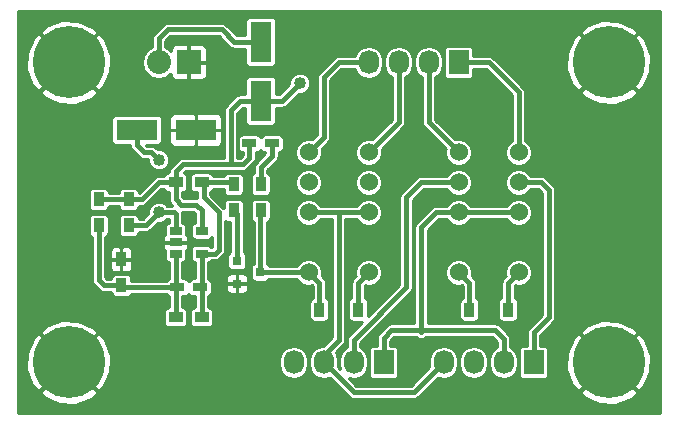
<source format=gbr>
G04 #@! TF.FileFunction,Copper,L1,Top,Signal*
%FSLAX46Y46*%
G04 Gerber Fmt 4.6, Leading zero omitted, Abs format (unit mm)*
G04 Created by KiCad (PCBNEW 4.0.5+dfsg1-4) date Thu Jan 18 14:42:47 2018*
%MOMM*%
%LPD*%
G01*
G04 APERTURE LIST*
%ADD10C,0.100000*%
%ADD11C,1.524000*%
%ADD12R,1.200000X0.750000*%
%ADD13R,3.500120X1.800860*%
%ADD14R,0.910000X1.220000*%
%ADD15R,0.800100X0.800100*%
%ADD16R,0.900000X1.200000*%
%ADD17R,1.200000X0.900000*%
%ADD18R,1.060000X0.650000*%
%ADD19R,1.727200X2.032000*%
%ADD20O,1.727200X2.032000*%
%ADD21R,2.032000X2.032000*%
%ADD22O,2.032000X2.032000*%
%ADD23C,6.096000*%
%ADD24R,1.800860X3.500120*%
%ADD25C,1.016000*%
%ADD26C,0.381000*%
%ADD27C,0.304800*%
%ADD28C,0.254000*%
G04 APERTURE END LIST*
D10*
D11*
X91440000Y-96520000D03*
X91440000Y-93980000D03*
X91440000Y-91440000D03*
X91440000Y-101600000D03*
X96520000Y-101600000D03*
X96520000Y-96520000D03*
X96520000Y-93980000D03*
X96520000Y-91440000D03*
X78740000Y-96520000D03*
X78740000Y-93980000D03*
X78740000Y-91440000D03*
X78740000Y-101600000D03*
X83820000Y-101600000D03*
X83820000Y-96520000D03*
X83820000Y-93980000D03*
X83820000Y-91440000D03*
D12*
X69530000Y-102870000D03*
X67630000Y-102870000D03*
D13*
X64175640Y-89535000D03*
X69174360Y-89535000D03*
D14*
X95615000Y-104775000D03*
X92345000Y-104775000D03*
X82915000Y-104775000D03*
X79645000Y-104775000D03*
D12*
X73726000Y-90678000D03*
X75626000Y-90678000D03*
D15*
X72659240Y-100650000D03*
X72659240Y-102550000D03*
X74658220Y-101600000D03*
D16*
X60960000Y-95420000D03*
X60960000Y-97620000D03*
X62865000Y-102700000D03*
X62865000Y-100500000D03*
X63500000Y-95420000D03*
X63500000Y-97620000D03*
D17*
X69680000Y-105410000D03*
X67480000Y-105410000D03*
X67480000Y-93980000D03*
X69680000Y-93980000D03*
D16*
X72390000Y-96350000D03*
X72390000Y-94150000D03*
X74676000Y-94150000D03*
X74676000Y-96350000D03*
D18*
X67480000Y-98110000D03*
X67480000Y-99060000D03*
X67480000Y-100010000D03*
X69680000Y-100010000D03*
X69680000Y-98110000D03*
D19*
X91440000Y-83820000D03*
D20*
X88900000Y-83820000D03*
X86360000Y-83820000D03*
X83820000Y-83820000D03*
D21*
X68580000Y-83820000D03*
D22*
X66040000Y-83820000D03*
D19*
X97790000Y-109220000D03*
D20*
X95250000Y-109220000D03*
X92710000Y-109220000D03*
X90170000Y-109220000D03*
D19*
X85090000Y-109220000D03*
D20*
X82550000Y-109220000D03*
X80010000Y-109220000D03*
X77470000Y-109220000D03*
D23*
X58420000Y-83820000D03*
X104140000Y-83820000D03*
X58420000Y-109220000D03*
X104140000Y-109220000D03*
D24*
X74676000Y-87081360D03*
X74676000Y-82082640D03*
D25*
X66040000Y-96520000D03*
X66040000Y-92075000D03*
X77978000Y-85598000D03*
D26*
X71120000Y-96520000D02*
X69850000Y-95250000D01*
X71120000Y-96520000D02*
X71120000Y-99695000D01*
X71120000Y-99695000D02*
X70805000Y-100010000D01*
X69680000Y-100010000D02*
X70805000Y-100010000D01*
X69850000Y-95250000D02*
X69850000Y-94150000D01*
X69850000Y-94150000D02*
X69680000Y-93980000D01*
X69680000Y-93980000D02*
X72220000Y-93980000D01*
X72220000Y-93980000D02*
X72390000Y-94150000D01*
X69680000Y-100010000D02*
X69680000Y-102720000D01*
X69680000Y-102720000D02*
X69680000Y-105410000D01*
X62865000Y-102700000D02*
X61425000Y-102700000D01*
X60960000Y-102235000D02*
X60960000Y-97620000D01*
X61425000Y-102700000D02*
X60960000Y-102235000D01*
X67630000Y-102870000D02*
X63035000Y-102870000D01*
X63035000Y-102870000D02*
X62865000Y-102700000D01*
X67480000Y-100010000D02*
X67480000Y-102720000D01*
X67480000Y-102720000D02*
X67480000Y-105410000D01*
X67480000Y-98110000D02*
X67480000Y-96690000D01*
X67310000Y-96520000D02*
X66040000Y-96520000D01*
X67480000Y-96690000D02*
X67310000Y-96520000D01*
X66040000Y-96520000D02*
X64940000Y-97620000D01*
X64940000Y-97620000D02*
X63500000Y-97620000D01*
X66040000Y-92075000D02*
X65405000Y-91440000D01*
X65405000Y-91440000D02*
X64770000Y-91440000D01*
X64770000Y-91440000D02*
X64175640Y-90845640D01*
X64175640Y-90845640D02*
X64175640Y-89535000D01*
X69174360Y-84414360D02*
X68580000Y-83820000D01*
X74676000Y-82082640D02*
X72430640Y-82082640D01*
X66040000Y-81788000D02*
X66040000Y-83820000D01*
X66802000Y-81026000D02*
X66040000Y-81788000D01*
X71374000Y-81026000D02*
X66802000Y-81026000D01*
X72430640Y-82082640D02*
X71374000Y-81026000D01*
X74658220Y-101600000D02*
X74658220Y-96367780D01*
X74658220Y-96367780D02*
X74676000Y-96350000D01*
X74676000Y-101582220D02*
X74658220Y-101600000D01*
X74658220Y-101600000D02*
X76200000Y-101600000D01*
X76200000Y-101600000D02*
X78740000Y-101600000D01*
X79645000Y-104775000D02*
X79645000Y-102505000D01*
X79645000Y-102505000D02*
X78740000Y-101600000D01*
X92345000Y-104775000D02*
X92345000Y-102505000D01*
X92345000Y-102505000D02*
X91440000Y-101600000D01*
X75626000Y-90678000D02*
X75626000Y-91760000D01*
X74676000Y-92710000D02*
X74676000Y-94150000D01*
X75626000Y-91760000D02*
X74676000Y-92710000D01*
X96520000Y-96520000D02*
X91440000Y-96520000D01*
X91440000Y-96520000D02*
X89535000Y-96520000D01*
X89535000Y-96520000D02*
X88265000Y-97790000D01*
X88265000Y-97790000D02*
X88265000Y-106500000D01*
X88265000Y-106500000D02*
X88265000Y-106680000D01*
X88265000Y-106680000D02*
X88265000Y-106500000D01*
X95250000Y-109220000D02*
X95250000Y-107250000D01*
X85090000Y-107160000D02*
X85090000Y-109220000D01*
X85750000Y-106500000D02*
X85090000Y-107160000D01*
X94500000Y-106500000D02*
X89250000Y-106500000D01*
X89250000Y-106500000D02*
X88265000Y-106500000D01*
X88265000Y-106500000D02*
X85750000Y-106500000D01*
X95250000Y-107250000D02*
X94500000Y-106500000D01*
X82550000Y-109220000D02*
X82550000Y-107315000D01*
X88265000Y-93980000D02*
X91440000Y-93980000D01*
X86995000Y-95250000D02*
X88265000Y-93980000D01*
X86995000Y-102870000D02*
X86995000Y-95250000D01*
X82550000Y-107315000D02*
X86995000Y-102870000D01*
X88900000Y-83820000D02*
X88900000Y-88900000D01*
X88900000Y-88900000D02*
X91440000Y-91440000D01*
X97790000Y-109220000D02*
X97790000Y-106680000D01*
X98425000Y-93980000D02*
X96520000Y-93980000D01*
X99060000Y-94615000D02*
X98425000Y-93980000D01*
X99060000Y-105410000D02*
X99060000Y-94615000D01*
X97790000Y-106680000D02*
X99060000Y-105410000D01*
X91440000Y-83820000D02*
X93980000Y-83820000D01*
X96520000Y-86360000D02*
X96520000Y-91440000D01*
X93980000Y-83820000D02*
X96520000Y-86360000D01*
X80010000Y-109220000D02*
X80010000Y-108585000D01*
X80010000Y-108585000D02*
X81280000Y-107315000D01*
X81280000Y-107315000D02*
X81280000Y-96520000D01*
X83820000Y-96520000D02*
X81280000Y-96520000D01*
X81280000Y-96520000D02*
X78740000Y-96520000D01*
D27*
X90170000Y-109220000D02*
X90170000Y-109220000D01*
X80010000Y-109220000D02*
X80010000Y-109220000D01*
D26*
X82550000Y-111760000D02*
X80010000Y-109220000D01*
X90170000Y-109220000D02*
X87630000Y-111760000D01*
X87630000Y-111760000D02*
X82550000Y-111760000D01*
X83820000Y-83820000D02*
X81280000Y-83820000D01*
X80010000Y-90170000D02*
X78740000Y-91440000D01*
X80010000Y-85090000D02*
X80010000Y-90170000D01*
X81280000Y-83820000D02*
X80010000Y-85090000D01*
X86360000Y-83820000D02*
X86360000Y-88900000D01*
X86360000Y-88900000D02*
X83820000Y-91440000D01*
X72659240Y-100650000D02*
X72659240Y-96619240D01*
X72659240Y-96619240D02*
X72390000Y-96350000D01*
X69680000Y-98110000D02*
X69680000Y-96350000D01*
X69680000Y-96350000D02*
X69215000Y-95885000D01*
X69215000Y-95885000D02*
X67945000Y-95885000D01*
X67945000Y-95885000D02*
X67480000Y-95420000D01*
X74676000Y-87081360D02*
X72938640Y-87081360D01*
X72136000Y-87884000D02*
X72136000Y-92456000D01*
X72938640Y-87081360D02*
X72136000Y-87884000D01*
X67480000Y-93980000D02*
X67480000Y-93048000D01*
X67480000Y-93048000D02*
X68072000Y-92456000D01*
X68072000Y-92456000D02*
X68834000Y-92456000D01*
X72136000Y-92456000D02*
X68834000Y-92456000D01*
X73726000Y-91882000D02*
X73152000Y-92456000D01*
X73726000Y-91882000D02*
X73726000Y-90678000D01*
X73152000Y-92456000D02*
X72136000Y-92456000D01*
X74676000Y-87081360D02*
X76494640Y-87081360D01*
X76494640Y-87081360D02*
X77978000Y-85598000D01*
X82915000Y-104775000D02*
X82915000Y-102505000D01*
X82915000Y-102505000D02*
X83820000Y-101600000D01*
X95615000Y-104775000D02*
X95615000Y-102505000D01*
X95615000Y-102505000D02*
X96520000Y-101600000D01*
X67480000Y-95420000D02*
X67480000Y-93980000D01*
X63500000Y-95420000D02*
X64600000Y-95420000D01*
X66040000Y-93980000D02*
X67480000Y-93980000D01*
X64600000Y-95420000D02*
X66040000Y-93980000D01*
X63500000Y-95420000D02*
X60960000Y-95420000D01*
D28*
G36*
X108458000Y-113538000D02*
X54102000Y-113538000D01*
X54102000Y-111702894D01*
X55955066Y-111702894D01*
X56299174Y-112160673D01*
X57585959Y-112748432D01*
X58999719Y-112799020D01*
X60325222Y-112304734D01*
X60540826Y-112160673D01*
X60884934Y-111702894D01*
X58420000Y-109237961D01*
X55955066Y-111702894D01*
X54102000Y-111702894D01*
X54102000Y-109799719D01*
X54840980Y-109799719D01*
X55335266Y-111125222D01*
X55479327Y-111340826D01*
X55937106Y-111684934D01*
X58402039Y-109220000D01*
X58437961Y-109220000D01*
X60902894Y-111684934D01*
X61360673Y-111340826D01*
X61948432Y-110054041D01*
X61984708Y-109040231D01*
X76225400Y-109040231D01*
X76225400Y-109399769D01*
X76320140Y-109876057D01*
X76589935Y-110279834D01*
X76993712Y-110549629D01*
X77470000Y-110644369D01*
X77946288Y-110549629D01*
X78350065Y-110279834D01*
X78619860Y-109876057D01*
X78714600Y-109399769D01*
X78714600Y-109040231D01*
X78619860Y-108563943D01*
X78350065Y-108160166D01*
X77946288Y-107890371D01*
X77470000Y-107795631D01*
X76993712Y-107890371D01*
X76589935Y-108160166D01*
X76320140Y-108563943D01*
X76225400Y-109040231D01*
X61984708Y-109040231D01*
X61999020Y-108640281D01*
X61504734Y-107314778D01*
X61360673Y-107099174D01*
X60902894Y-106755066D01*
X58437961Y-109220000D01*
X58402039Y-109220000D01*
X55937106Y-106755066D01*
X55479327Y-107099174D01*
X54891568Y-108385959D01*
X54840980Y-109799719D01*
X54102000Y-109799719D01*
X54102000Y-106737106D01*
X55955066Y-106737106D01*
X58420000Y-109202039D01*
X60884934Y-106737106D01*
X60540826Y-106279327D01*
X59254041Y-105691568D01*
X57840281Y-105640980D01*
X56514778Y-106135266D01*
X56299174Y-106279327D01*
X55955066Y-106737106D01*
X54102000Y-106737106D01*
X54102000Y-94820000D01*
X60121536Y-94820000D01*
X60121536Y-96020000D01*
X60148103Y-96161190D01*
X60231546Y-96290865D01*
X60358866Y-96377859D01*
X60510000Y-96408464D01*
X61410000Y-96408464D01*
X61551190Y-96381897D01*
X61680865Y-96298454D01*
X61767859Y-96171134D01*
X61798464Y-96020000D01*
X61798464Y-95991500D01*
X62661536Y-95991500D01*
X62661536Y-96020000D01*
X62688103Y-96161190D01*
X62771546Y-96290865D01*
X62898866Y-96377859D01*
X63050000Y-96408464D01*
X63950000Y-96408464D01*
X64091190Y-96381897D01*
X64220865Y-96298454D01*
X64307859Y-96171134D01*
X64338464Y-96020000D01*
X64338464Y-95991500D01*
X64599995Y-95991500D01*
X64600000Y-95991501D01*
X64782418Y-95955215D01*
X64818704Y-95947997D01*
X65004112Y-95824112D01*
X66276723Y-94551500D01*
X66514398Y-94551500D01*
X66518103Y-94571190D01*
X66601546Y-94700865D01*
X66728866Y-94787859D01*
X66880000Y-94818464D01*
X66908500Y-94818464D01*
X66908500Y-95419995D01*
X66908499Y-95420000D01*
X66920611Y-95480888D01*
X66952003Y-95638704D01*
X67026368Y-95750000D01*
X67075888Y-95824112D01*
X67200276Y-95948500D01*
X66725637Y-95948500D01*
X66544236Y-95766782D01*
X66217609Y-95631154D01*
X65863943Y-95630846D01*
X65537080Y-95765903D01*
X65286782Y-96015764D01*
X65151154Y-96342391D01*
X65150929Y-96600848D01*
X64703276Y-97048500D01*
X64338464Y-97048500D01*
X64338464Y-97020000D01*
X64311897Y-96878810D01*
X64228454Y-96749135D01*
X64101134Y-96662141D01*
X63950000Y-96631536D01*
X63050000Y-96631536D01*
X62908810Y-96658103D01*
X62779135Y-96741546D01*
X62692141Y-96868866D01*
X62661536Y-97020000D01*
X62661536Y-98220000D01*
X62688103Y-98361190D01*
X62771546Y-98490865D01*
X62898866Y-98577859D01*
X63050000Y-98608464D01*
X63950000Y-98608464D01*
X64091190Y-98581897D01*
X64220865Y-98498454D01*
X64307859Y-98371134D01*
X64338464Y-98220000D01*
X64338464Y-98191500D01*
X64939995Y-98191500D01*
X64940000Y-98191501D01*
X65122418Y-98155215D01*
X65158704Y-98147997D01*
X65344112Y-98024112D01*
X65959293Y-97408930D01*
X66216057Y-97409154D01*
X66542920Y-97274097D01*
X66725836Y-97091500D01*
X66908500Y-97091500D01*
X66908500Y-97404345D01*
X66808810Y-97423103D01*
X66679135Y-97506546D01*
X66592141Y-97633866D01*
X66561536Y-97785000D01*
X66561536Y-98405044D01*
X66519339Y-98447241D01*
X66442000Y-98633952D01*
X66442000Y-98920300D01*
X66569000Y-99047300D01*
X67467300Y-99047300D01*
X67467300Y-99027300D01*
X67492700Y-99027300D01*
X67492700Y-99047300D01*
X68391000Y-99047300D01*
X68518000Y-98920300D01*
X68518000Y-98633952D01*
X68440661Y-98447241D01*
X68398464Y-98405044D01*
X68398464Y-97785000D01*
X68371897Y-97643810D01*
X68288454Y-97514135D01*
X68161134Y-97427141D01*
X68051500Y-97404940D01*
X68051500Y-96690000D01*
X68007997Y-96471296D01*
X67998111Y-96456500D01*
X68978276Y-96456500D01*
X69108500Y-96586723D01*
X69108500Y-97404345D01*
X69008810Y-97423103D01*
X68879135Y-97506546D01*
X68792141Y-97633866D01*
X68761536Y-97785000D01*
X68761536Y-98435000D01*
X68788103Y-98576190D01*
X68871546Y-98705865D01*
X68998866Y-98792859D01*
X69150000Y-98823464D01*
X70210000Y-98823464D01*
X70351190Y-98796897D01*
X70480865Y-98713454D01*
X70548500Y-98614467D01*
X70548500Y-99438500D01*
X70504132Y-99438500D01*
X70488454Y-99414135D01*
X70361134Y-99327141D01*
X70210000Y-99296536D01*
X69150000Y-99296536D01*
X69008810Y-99323103D01*
X68879135Y-99406546D01*
X68792141Y-99533866D01*
X68761536Y-99685000D01*
X68761536Y-100335000D01*
X68788103Y-100476190D01*
X68871546Y-100605865D01*
X68998866Y-100692859D01*
X69108500Y-100715060D01*
X69108500Y-102106536D01*
X68930000Y-102106536D01*
X68788810Y-102133103D01*
X68659135Y-102216546D01*
X68579020Y-102333798D01*
X68508454Y-102224135D01*
X68381134Y-102137141D01*
X68230000Y-102106536D01*
X68051500Y-102106536D01*
X68051500Y-100715655D01*
X68151190Y-100696897D01*
X68280865Y-100613454D01*
X68367859Y-100486134D01*
X68398464Y-100335000D01*
X68398464Y-99714956D01*
X68440661Y-99672759D01*
X68518000Y-99486048D01*
X68518000Y-99199700D01*
X68391000Y-99072700D01*
X67492700Y-99072700D01*
X67492700Y-99092700D01*
X67467300Y-99092700D01*
X67467300Y-99072700D01*
X66569000Y-99072700D01*
X66442000Y-99199700D01*
X66442000Y-99486048D01*
X66519339Y-99672759D01*
X66561536Y-99714956D01*
X66561536Y-100335000D01*
X66588103Y-100476190D01*
X66671546Y-100605865D01*
X66798866Y-100692859D01*
X66908500Y-100715060D01*
X66908500Y-102129398D01*
X66888810Y-102133103D01*
X66759135Y-102216546D01*
X66703138Y-102298500D01*
X63703464Y-102298500D01*
X63703464Y-102100000D01*
X63676897Y-101958810D01*
X63593454Y-101829135D01*
X63466134Y-101742141D01*
X63315000Y-101711536D01*
X62415000Y-101711536D01*
X62273810Y-101738103D01*
X62144135Y-101821546D01*
X62057141Y-101948866D01*
X62026536Y-102100000D01*
X62026536Y-102128500D01*
X61661723Y-102128500D01*
X61531500Y-101998276D01*
X61531500Y-100639700D01*
X61907000Y-100639700D01*
X61907000Y-101201047D01*
X61984338Y-101387758D01*
X62127241Y-101530661D01*
X62313952Y-101608000D01*
X62725300Y-101608000D01*
X62852300Y-101481000D01*
X62852300Y-100512700D01*
X62877700Y-100512700D01*
X62877700Y-101481000D01*
X63004700Y-101608000D01*
X63416048Y-101608000D01*
X63602759Y-101530661D01*
X63745662Y-101387758D01*
X63823000Y-101201047D01*
X63823000Y-100639700D01*
X63696000Y-100512700D01*
X62877700Y-100512700D01*
X62852300Y-100512700D01*
X62034000Y-100512700D01*
X61907000Y-100639700D01*
X61531500Y-100639700D01*
X61531500Y-99798953D01*
X61907000Y-99798953D01*
X61907000Y-100360300D01*
X62034000Y-100487300D01*
X62852300Y-100487300D01*
X62852300Y-99519000D01*
X62877700Y-99519000D01*
X62877700Y-100487300D01*
X63696000Y-100487300D01*
X63823000Y-100360300D01*
X63823000Y-99798953D01*
X63745662Y-99612242D01*
X63602759Y-99469339D01*
X63416048Y-99392000D01*
X63004700Y-99392000D01*
X62877700Y-99519000D01*
X62852300Y-99519000D01*
X62725300Y-99392000D01*
X62313952Y-99392000D01*
X62127241Y-99469339D01*
X61984338Y-99612242D01*
X61907000Y-99798953D01*
X61531500Y-99798953D01*
X61531500Y-98585602D01*
X61551190Y-98581897D01*
X61680865Y-98498454D01*
X61767859Y-98371134D01*
X61798464Y-98220000D01*
X61798464Y-97020000D01*
X61771897Y-96878810D01*
X61688454Y-96749135D01*
X61561134Y-96662141D01*
X61410000Y-96631536D01*
X60510000Y-96631536D01*
X60368810Y-96658103D01*
X60239135Y-96741546D01*
X60152141Y-96868866D01*
X60121536Y-97020000D01*
X60121536Y-98220000D01*
X60148103Y-98361190D01*
X60231546Y-98490865D01*
X60358866Y-98577859D01*
X60388500Y-98583860D01*
X60388500Y-102234995D01*
X60388499Y-102235000D01*
X60412948Y-102357909D01*
X60432003Y-102453704D01*
X60509411Y-102569554D01*
X60555888Y-102639112D01*
X61020886Y-103104109D01*
X61020888Y-103104112D01*
X61206296Y-103227997D01*
X61425000Y-103271500D01*
X62026536Y-103271500D01*
X62026536Y-103300000D01*
X62053103Y-103441190D01*
X62136546Y-103570865D01*
X62263866Y-103657859D01*
X62415000Y-103688464D01*
X63315000Y-103688464D01*
X63456190Y-103661897D01*
X63585865Y-103578454D01*
X63672859Y-103451134D01*
X63674810Y-103441500D01*
X66703694Y-103441500D01*
X66751546Y-103515865D01*
X66878866Y-103602859D01*
X66908500Y-103608860D01*
X66908500Y-104571536D01*
X66880000Y-104571536D01*
X66738810Y-104598103D01*
X66609135Y-104681546D01*
X66522141Y-104808866D01*
X66491536Y-104960000D01*
X66491536Y-105860000D01*
X66518103Y-106001190D01*
X66601546Y-106130865D01*
X66728866Y-106217859D01*
X66880000Y-106248464D01*
X68080000Y-106248464D01*
X68221190Y-106221897D01*
X68350865Y-106138454D01*
X68437859Y-106011134D01*
X68468464Y-105860000D01*
X68468464Y-104960000D01*
X68441897Y-104818810D01*
X68358454Y-104689135D01*
X68231134Y-104602141D01*
X68080000Y-104571536D01*
X68051500Y-104571536D01*
X68051500Y-103633464D01*
X68230000Y-103633464D01*
X68371190Y-103606897D01*
X68500865Y-103523454D01*
X68580980Y-103406202D01*
X68651546Y-103515865D01*
X68778866Y-103602859D01*
X68930000Y-103633464D01*
X69108500Y-103633464D01*
X69108500Y-104571536D01*
X69080000Y-104571536D01*
X68938810Y-104598103D01*
X68809135Y-104681546D01*
X68722141Y-104808866D01*
X68691536Y-104960000D01*
X68691536Y-105860000D01*
X68718103Y-106001190D01*
X68801546Y-106130865D01*
X68928866Y-106217859D01*
X69080000Y-106248464D01*
X70280000Y-106248464D01*
X70421190Y-106221897D01*
X70550865Y-106138454D01*
X70637859Y-106011134D01*
X70668464Y-105860000D01*
X70668464Y-104960000D01*
X70641897Y-104818810D01*
X70558454Y-104689135D01*
X70431134Y-104602141D01*
X70280000Y-104571536D01*
X70251500Y-104571536D01*
X70251500Y-103610602D01*
X70271190Y-103606897D01*
X70400865Y-103523454D01*
X70487859Y-103396134D01*
X70518464Y-103245000D01*
X70518464Y-102689700D01*
X71751190Y-102689700D01*
X71751190Y-103051097D01*
X71828528Y-103237808D01*
X71971431Y-103380711D01*
X72158142Y-103458050D01*
X72519540Y-103458050D01*
X72646540Y-103331050D01*
X72646540Y-102562700D01*
X72671940Y-102562700D01*
X72671940Y-103331050D01*
X72798940Y-103458050D01*
X73160338Y-103458050D01*
X73347049Y-103380711D01*
X73489952Y-103237808D01*
X73567290Y-103051097D01*
X73567290Y-102689700D01*
X73440290Y-102562700D01*
X72671940Y-102562700D01*
X72646540Y-102562700D01*
X71878190Y-102562700D01*
X71751190Y-102689700D01*
X70518464Y-102689700D01*
X70518464Y-102495000D01*
X70491897Y-102353810D01*
X70408454Y-102224135D01*
X70281134Y-102137141D01*
X70251500Y-102131140D01*
X70251500Y-102048903D01*
X71751190Y-102048903D01*
X71751190Y-102410300D01*
X71878190Y-102537300D01*
X72646540Y-102537300D01*
X72646540Y-101768950D01*
X72671940Y-101768950D01*
X72671940Y-102537300D01*
X73440290Y-102537300D01*
X73567290Y-102410300D01*
X73567290Y-102048903D01*
X73489952Y-101862192D01*
X73347049Y-101719289D01*
X73160338Y-101641950D01*
X72798940Y-101641950D01*
X72671940Y-101768950D01*
X72646540Y-101768950D01*
X72519540Y-101641950D01*
X72158142Y-101641950D01*
X71971431Y-101719289D01*
X71828528Y-101862192D01*
X71751190Y-102048903D01*
X70251500Y-102048903D01*
X70251500Y-100715655D01*
X70351190Y-100696897D01*
X70480865Y-100613454D01*
X70502698Y-100581500D01*
X70804995Y-100581500D01*
X70805000Y-100581501D01*
X70987418Y-100545215D01*
X71023704Y-100537997D01*
X71209112Y-100414112D01*
X71524109Y-100099114D01*
X71524112Y-100099112D01*
X71647997Y-99913704D01*
X71691500Y-99695000D01*
X71691500Y-97241332D01*
X71788866Y-97307859D01*
X71940000Y-97338464D01*
X72087740Y-97338464D01*
X72087740Y-99907525D01*
X71988325Y-99971496D01*
X71901331Y-100098816D01*
X71870726Y-100249950D01*
X71870726Y-101050050D01*
X71897293Y-101191240D01*
X71980736Y-101320915D01*
X72108056Y-101407909D01*
X72259190Y-101438514D01*
X73059290Y-101438514D01*
X73200480Y-101411947D01*
X73330155Y-101328504D01*
X73417149Y-101201184D01*
X73447754Y-101050050D01*
X73447754Y-100249950D01*
X73421187Y-100108760D01*
X73337744Y-99979085D01*
X73230740Y-99905972D01*
X73230740Y-96619245D01*
X73230741Y-96619240D01*
X73228464Y-96607793D01*
X73228464Y-95750000D01*
X73837536Y-95750000D01*
X73837536Y-96950000D01*
X73864103Y-97091190D01*
X73947546Y-97220865D01*
X74074866Y-97307859D01*
X74086720Y-97310259D01*
X74086720Y-100857525D01*
X73987305Y-100921496D01*
X73900311Y-101048816D01*
X73869706Y-101199950D01*
X73869706Y-102000050D01*
X73896273Y-102141240D01*
X73979716Y-102270915D01*
X74107036Y-102357909D01*
X74258170Y-102388514D01*
X75058270Y-102388514D01*
X75199460Y-102361947D01*
X75329135Y-102278504D01*
X75402248Y-102171500D01*
X77739411Y-102171500D01*
X77770446Y-102246612D01*
X78091697Y-102568423D01*
X78511646Y-102742801D01*
X78966359Y-102743198D01*
X79043218Y-102711441D01*
X79073500Y-102741723D01*
X79073500Y-103798457D01*
X79048810Y-103803103D01*
X78919135Y-103886546D01*
X78832141Y-104013866D01*
X78801536Y-104165000D01*
X78801536Y-105385000D01*
X78828103Y-105526190D01*
X78911546Y-105655865D01*
X79038866Y-105742859D01*
X79190000Y-105773464D01*
X80100000Y-105773464D01*
X80241190Y-105746897D01*
X80370865Y-105663454D01*
X80457859Y-105536134D01*
X80488464Y-105385000D01*
X80488464Y-104165000D01*
X80461897Y-104023810D01*
X80378454Y-103894135D01*
X80251134Y-103807141D01*
X80216500Y-103800128D01*
X80216500Y-102505000D01*
X80172997Y-102286296D01*
X80049112Y-102100888D01*
X80049109Y-102100886D01*
X79851635Y-101903411D01*
X79882801Y-101828354D01*
X79883198Y-101373641D01*
X79709554Y-100953388D01*
X79388303Y-100631577D01*
X78968354Y-100457199D01*
X78513641Y-100456802D01*
X78093388Y-100630446D01*
X77771577Y-100951697D01*
X77739686Y-101028500D01*
X75400695Y-101028500D01*
X75336724Y-100929085D01*
X75229720Y-100855972D01*
X75229720Y-97318948D01*
X75267190Y-97311897D01*
X75396865Y-97228454D01*
X75483859Y-97101134D01*
X75514464Y-96950000D01*
X75514464Y-96746359D01*
X77596802Y-96746359D01*
X77770446Y-97166612D01*
X78091697Y-97488423D01*
X78511646Y-97662801D01*
X78966359Y-97663198D01*
X79386612Y-97489554D01*
X79708423Y-97168303D01*
X79740314Y-97091500D01*
X80708500Y-97091500D01*
X80708500Y-107078277D01*
X79986464Y-107800313D01*
X79533712Y-107890371D01*
X79129935Y-108160166D01*
X78860140Y-108563943D01*
X78765400Y-109040231D01*
X78765400Y-109399769D01*
X78860140Y-109876057D01*
X79129935Y-110279834D01*
X79533712Y-110549629D01*
X80010000Y-110644369D01*
X80486288Y-110549629D01*
X80513334Y-110531558D01*
X82145886Y-112164109D01*
X82145888Y-112164112D01*
X82331296Y-112287997D01*
X82550000Y-112331500D01*
X87629995Y-112331500D01*
X87630000Y-112331501D01*
X87812418Y-112295215D01*
X87848704Y-112287997D01*
X88034112Y-112164112D01*
X88034113Y-112164111D01*
X88495329Y-111702894D01*
X101675066Y-111702894D01*
X102019174Y-112160673D01*
X103305959Y-112748432D01*
X104719719Y-112799020D01*
X106045222Y-112304734D01*
X106260826Y-112160673D01*
X106604934Y-111702894D01*
X104140000Y-109237961D01*
X101675066Y-111702894D01*
X88495329Y-111702894D01*
X89666666Y-110531557D01*
X89693712Y-110549629D01*
X90170000Y-110644369D01*
X90646288Y-110549629D01*
X91050065Y-110279834D01*
X91319860Y-109876057D01*
X91414600Y-109399769D01*
X91414600Y-109040231D01*
X91465400Y-109040231D01*
X91465400Y-109399769D01*
X91560140Y-109876057D01*
X91829935Y-110279834D01*
X92233712Y-110549629D01*
X92710000Y-110644369D01*
X93186288Y-110549629D01*
X93590065Y-110279834D01*
X93859860Y-109876057D01*
X93954600Y-109399769D01*
X93954600Y-109040231D01*
X93859860Y-108563943D01*
X93590065Y-108160166D01*
X93186288Y-107890371D01*
X92710000Y-107795631D01*
X92233712Y-107890371D01*
X91829935Y-108160166D01*
X91560140Y-108563943D01*
X91465400Y-109040231D01*
X91414600Y-109040231D01*
X91319860Y-108563943D01*
X91050065Y-108160166D01*
X90646288Y-107890371D01*
X90170000Y-107795631D01*
X89693712Y-107890371D01*
X89289935Y-108160166D01*
X89020140Y-108563943D01*
X88925400Y-109040231D01*
X88925400Y-109399769D01*
X88967974Y-109613803D01*
X87393276Y-111188500D01*
X82786723Y-111188500D01*
X82166262Y-110568038D01*
X82550000Y-110644369D01*
X83026288Y-110549629D01*
X83430065Y-110279834D01*
X83699860Y-109876057D01*
X83794600Y-109399769D01*
X83794600Y-109040231D01*
X83699860Y-108563943D01*
X83459354Y-108204000D01*
X83837936Y-108204000D01*
X83837936Y-110236000D01*
X83864503Y-110377190D01*
X83947946Y-110506865D01*
X84075266Y-110593859D01*
X84226400Y-110624464D01*
X85953600Y-110624464D01*
X86094790Y-110597897D01*
X86224465Y-110514454D01*
X86311459Y-110387134D01*
X86342064Y-110236000D01*
X86342064Y-108204000D01*
X86315497Y-108062810D01*
X86232054Y-107933135D01*
X86104734Y-107846141D01*
X85953600Y-107815536D01*
X85661500Y-107815536D01*
X85661500Y-107396724D01*
X85986723Y-107071500D01*
X87852461Y-107071500D01*
X87860888Y-107084112D01*
X88046296Y-107207997D01*
X88265000Y-107251500D01*
X88483704Y-107207997D01*
X88669112Y-107084112D01*
X88677539Y-107071500D01*
X94263276Y-107071500D01*
X94678500Y-107486723D01*
X94678500Y-107953990D01*
X94369935Y-108160166D01*
X94100140Y-108563943D01*
X94005400Y-109040231D01*
X94005400Y-109399769D01*
X94100140Y-109876057D01*
X94369935Y-110279834D01*
X94773712Y-110549629D01*
X95250000Y-110644369D01*
X95726288Y-110549629D01*
X96130065Y-110279834D01*
X96399860Y-109876057D01*
X96494600Y-109399769D01*
X96494600Y-109040231D01*
X96399860Y-108563943D01*
X96130065Y-108160166D01*
X95821500Y-107953990D01*
X95821500Y-107250005D01*
X95821501Y-107250000D01*
X95777997Y-107031297D01*
X95777997Y-107031296D01*
X95654112Y-106845888D01*
X95654109Y-106845886D01*
X94904112Y-106095888D01*
X94718704Y-105972003D01*
X94682418Y-105964785D01*
X94500000Y-105928499D01*
X94499995Y-105928500D01*
X88836500Y-105928500D01*
X88836500Y-101826359D01*
X90296802Y-101826359D01*
X90470446Y-102246612D01*
X90791697Y-102568423D01*
X91211646Y-102742801D01*
X91666359Y-102743198D01*
X91743218Y-102711441D01*
X91773500Y-102741723D01*
X91773500Y-103798457D01*
X91748810Y-103803103D01*
X91619135Y-103886546D01*
X91532141Y-104013866D01*
X91501536Y-104165000D01*
X91501536Y-105385000D01*
X91528103Y-105526190D01*
X91611546Y-105655865D01*
X91738866Y-105742859D01*
X91890000Y-105773464D01*
X92800000Y-105773464D01*
X92941190Y-105746897D01*
X93070865Y-105663454D01*
X93157859Y-105536134D01*
X93188464Y-105385000D01*
X93188464Y-104165000D01*
X94771536Y-104165000D01*
X94771536Y-105385000D01*
X94798103Y-105526190D01*
X94881546Y-105655865D01*
X95008866Y-105742859D01*
X95160000Y-105773464D01*
X96070000Y-105773464D01*
X96211190Y-105746897D01*
X96340865Y-105663454D01*
X96427859Y-105536134D01*
X96458464Y-105385000D01*
X96458464Y-104165000D01*
X96431897Y-104023810D01*
X96348454Y-103894135D01*
X96221134Y-103807141D01*
X96186500Y-103800128D01*
X96186500Y-102741724D01*
X96216589Y-102711635D01*
X96291646Y-102742801D01*
X96746359Y-102743198D01*
X97166612Y-102569554D01*
X97488423Y-102248303D01*
X97662801Y-101828354D01*
X97663198Y-101373641D01*
X97489554Y-100953388D01*
X97168303Y-100631577D01*
X96748354Y-100457199D01*
X96293641Y-100456802D01*
X95873388Y-100630446D01*
X95551577Y-100951697D01*
X95377199Y-101371646D01*
X95376802Y-101826359D01*
X95408559Y-101903217D01*
X95210888Y-102100888D01*
X95087003Y-102286296D01*
X95081117Y-102315888D01*
X95043499Y-102505000D01*
X95043500Y-102505005D01*
X95043500Y-103798457D01*
X95018810Y-103803103D01*
X94889135Y-103886546D01*
X94802141Y-104013866D01*
X94771536Y-104165000D01*
X93188464Y-104165000D01*
X93161897Y-104023810D01*
X93078454Y-103894135D01*
X92951134Y-103807141D01*
X92916500Y-103800128D01*
X92916500Y-102505000D01*
X92872997Y-102286296D01*
X92749112Y-102100888D01*
X92749109Y-102100886D01*
X92551635Y-101903411D01*
X92582801Y-101828354D01*
X92583198Y-101373641D01*
X92409554Y-100953388D01*
X92088303Y-100631577D01*
X91668354Y-100457199D01*
X91213641Y-100456802D01*
X90793388Y-100630446D01*
X90471577Y-100951697D01*
X90297199Y-101371646D01*
X90296802Y-101826359D01*
X88836500Y-101826359D01*
X88836500Y-98026724D01*
X89771723Y-97091500D01*
X90439411Y-97091500D01*
X90470446Y-97166612D01*
X90791697Y-97488423D01*
X91211646Y-97662801D01*
X91666359Y-97663198D01*
X92086612Y-97489554D01*
X92408423Y-97168303D01*
X92440314Y-97091500D01*
X95519411Y-97091500D01*
X95550446Y-97166612D01*
X95871697Y-97488423D01*
X96291646Y-97662801D01*
X96746359Y-97663198D01*
X97166612Y-97489554D01*
X97488423Y-97168303D01*
X97662801Y-96748354D01*
X97663198Y-96293641D01*
X97489554Y-95873388D01*
X97168303Y-95551577D01*
X96748354Y-95377199D01*
X96293641Y-95376802D01*
X95873388Y-95550446D01*
X95551577Y-95871697D01*
X95519686Y-95948500D01*
X92440589Y-95948500D01*
X92409554Y-95873388D01*
X92088303Y-95551577D01*
X91668354Y-95377199D01*
X91213641Y-95376802D01*
X90793388Y-95550446D01*
X90471577Y-95871697D01*
X90439686Y-95948500D01*
X89535005Y-95948500D01*
X89535000Y-95948499D01*
X89352582Y-95984785D01*
X89316296Y-95992003D01*
X89130888Y-96115888D01*
X89130886Y-96115891D01*
X87860888Y-97385888D01*
X87737003Y-97571296D01*
X87737003Y-97571297D01*
X87693499Y-97790000D01*
X87693500Y-97790005D01*
X87693500Y-105928500D01*
X85750005Y-105928500D01*
X85750000Y-105928499D01*
X85567582Y-105964785D01*
X85531296Y-105972003D01*
X85345888Y-106095888D01*
X85345886Y-106095891D01*
X84685888Y-106755888D01*
X84562003Y-106941296D01*
X84562003Y-106941297D01*
X84518499Y-107160000D01*
X84518500Y-107160005D01*
X84518500Y-107815536D01*
X84226400Y-107815536D01*
X84085210Y-107842103D01*
X83955535Y-107925546D01*
X83868541Y-108052866D01*
X83837936Y-108204000D01*
X83459354Y-108204000D01*
X83430065Y-108160166D01*
X83121500Y-107953990D01*
X83121500Y-107551724D01*
X87399109Y-103274114D01*
X87399112Y-103274112D01*
X87522997Y-103088704D01*
X87566500Y-102870000D01*
X87566500Y-95486724D01*
X88501723Y-94551500D01*
X90439411Y-94551500D01*
X90470446Y-94626612D01*
X90791697Y-94948423D01*
X91211646Y-95122801D01*
X91666359Y-95123198D01*
X92086612Y-94949554D01*
X92408423Y-94628303D01*
X92582801Y-94208354D01*
X92582802Y-94206359D01*
X95376802Y-94206359D01*
X95550446Y-94626612D01*
X95871697Y-94948423D01*
X96291646Y-95122801D01*
X96746359Y-95123198D01*
X97166612Y-94949554D01*
X97488423Y-94628303D01*
X97520314Y-94551500D01*
X98188276Y-94551500D01*
X98488500Y-94851723D01*
X98488500Y-105173277D01*
X97385888Y-106275888D01*
X97262003Y-106461296D01*
X97262003Y-106461297D01*
X97218499Y-106680000D01*
X97218500Y-106680005D01*
X97218500Y-107815536D01*
X96926400Y-107815536D01*
X96785210Y-107842103D01*
X96655535Y-107925546D01*
X96568541Y-108052866D01*
X96537936Y-108204000D01*
X96537936Y-110236000D01*
X96564503Y-110377190D01*
X96647946Y-110506865D01*
X96775266Y-110593859D01*
X96926400Y-110624464D01*
X98653600Y-110624464D01*
X98794790Y-110597897D01*
X98924465Y-110514454D01*
X99011459Y-110387134D01*
X99042064Y-110236000D01*
X99042064Y-109799719D01*
X100560980Y-109799719D01*
X101055266Y-111125222D01*
X101199327Y-111340826D01*
X101657106Y-111684934D01*
X104122039Y-109220000D01*
X104157961Y-109220000D01*
X106622894Y-111684934D01*
X107080673Y-111340826D01*
X107668432Y-110054041D01*
X107719020Y-108640281D01*
X107224734Y-107314778D01*
X107080673Y-107099174D01*
X106622894Y-106755066D01*
X104157961Y-109220000D01*
X104122039Y-109220000D01*
X101657106Y-106755066D01*
X101199327Y-107099174D01*
X100611568Y-108385959D01*
X100560980Y-109799719D01*
X99042064Y-109799719D01*
X99042064Y-108204000D01*
X99015497Y-108062810D01*
X98932054Y-107933135D01*
X98804734Y-107846141D01*
X98653600Y-107815536D01*
X98361500Y-107815536D01*
X98361500Y-106916724D01*
X98541117Y-106737106D01*
X101675066Y-106737106D01*
X104140000Y-109202039D01*
X106604934Y-106737106D01*
X106260826Y-106279327D01*
X104974041Y-105691568D01*
X103560281Y-105640980D01*
X102234778Y-106135266D01*
X102019174Y-106279327D01*
X101675066Y-106737106D01*
X98541117Y-106737106D01*
X99464109Y-105814114D01*
X99464112Y-105814112D01*
X99587997Y-105628704D01*
X99595215Y-105592418D01*
X99631501Y-105410000D01*
X99631500Y-105409995D01*
X99631500Y-94615005D01*
X99631501Y-94615000D01*
X99587998Y-94396297D01*
X99546890Y-94334774D01*
X99464112Y-94210888D01*
X99464109Y-94210886D01*
X98829112Y-93575888D01*
X98643704Y-93452003D01*
X98607418Y-93444785D01*
X98425000Y-93408499D01*
X98424995Y-93408500D01*
X97520589Y-93408500D01*
X97489554Y-93333388D01*
X97168303Y-93011577D01*
X96748354Y-92837199D01*
X96293641Y-92836802D01*
X95873388Y-93010446D01*
X95551577Y-93331697D01*
X95377199Y-93751646D01*
X95376802Y-94206359D01*
X92582802Y-94206359D01*
X92583198Y-93753641D01*
X92409554Y-93333388D01*
X92088303Y-93011577D01*
X91668354Y-92837199D01*
X91213641Y-92836802D01*
X90793388Y-93010446D01*
X90471577Y-93331697D01*
X90439686Y-93408500D01*
X88265005Y-93408500D01*
X88265000Y-93408499D01*
X88082582Y-93444785D01*
X88046296Y-93452003D01*
X87860888Y-93575888D01*
X87860886Y-93575891D01*
X86590888Y-94845888D01*
X86467003Y-95031296D01*
X86467003Y-95031297D01*
X86423499Y-95250000D01*
X86423500Y-95250005D01*
X86423500Y-102633277D01*
X83758464Y-105298312D01*
X83758464Y-104165000D01*
X83731897Y-104023810D01*
X83648454Y-103894135D01*
X83521134Y-103807141D01*
X83486500Y-103800128D01*
X83486500Y-102741724D01*
X83516589Y-102711635D01*
X83591646Y-102742801D01*
X84046359Y-102743198D01*
X84466612Y-102569554D01*
X84788423Y-102248303D01*
X84962801Y-101828354D01*
X84963198Y-101373641D01*
X84789554Y-100953388D01*
X84468303Y-100631577D01*
X84048354Y-100457199D01*
X83593641Y-100456802D01*
X83173388Y-100630446D01*
X82851577Y-100951697D01*
X82677199Y-101371646D01*
X82676802Y-101826359D01*
X82708559Y-101903217D01*
X82510888Y-102100888D01*
X82387003Y-102286296D01*
X82381117Y-102315888D01*
X82343499Y-102505000D01*
X82343500Y-102505005D01*
X82343500Y-103798457D01*
X82318810Y-103803103D01*
X82189135Y-103886546D01*
X82102141Y-104013866D01*
X82071536Y-104165000D01*
X82071536Y-105385000D01*
X82098103Y-105526190D01*
X82181546Y-105655865D01*
X82308866Y-105742859D01*
X82460000Y-105773464D01*
X83283312Y-105773464D01*
X82145888Y-106910888D01*
X82022003Y-107096296D01*
X82022003Y-107096297D01*
X81978499Y-107315000D01*
X81978500Y-107315005D01*
X81978500Y-107953990D01*
X81669935Y-108160166D01*
X81400140Y-108563943D01*
X81305400Y-109040231D01*
X81305400Y-109399769D01*
X81381731Y-109783507D01*
X81212026Y-109613802D01*
X81254600Y-109399769D01*
X81254600Y-109040231D01*
X81159860Y-108563943D01*
X81031454Y-108371770D01*
X81684109Y-107719114D01*
X81684112Y-107719112D01*
X81807997Y-107533704D01*
X81838829Y-107378703D01*
X81851501Y-107315000D01*
X81851500Y-107314995D01*
X81851500Y-97091500D01*
X82819411Y-97091500D01*
X82850446Y-97166612D01*
X83171697Y-97488423D01*
X83591646Y-97662801D01*
X84046359Y-97663198D01*
X84466612Y-97489554D01*
X84788423Y-97168303D01*
X84962801Y-96748354D01*
X84963198Y-96293641D01*
X84789554Y-95873388D01*
X84468303Y-95551577D01*
X84048354Y-95377199D01*
X83593641Y-95376802D01*
X83173388Y-95550446D01*
X82851577Y-95871697D01*
X82819686Y-95948500D01*
X79740589Y-95948500D01*
X79709554Y-95873388D01*
X79388303Y-95551577D01*
X78968354Y-95377199D01*
X78513641Y-95376802D01*
X78093388Y-95550446D01*
X77771577Y-95871697D01*
X77597199Y-96291646D01*
X77596802Y-96746359D01*
X75514464Y-96746359D01*
X75514464Y-95750000D01*
X75487897Y-95608810D01*
X75404454Y-95479135D01*
X75277134Y-95392141D01*
X75126000Y-95361536D01*
X74226000Y-95361536D01*
X74084810Y-95388103D01*
X73955135Y-95471546D01*
X73868141Y-95598866D01*
X73837536Y-95750000D01*
X73228464Y-95750000D01*
X73201897Y-95608810D01*
X73118454Y-95479135D01*
X72991134Y-95392141D01*
X72840000Y-95361536D01*
X71940000Y-95361536D01*
X71798810Y-95388103D01*
X71669135Y-95471546D01*
X71582141Y-95598866D01*
X71551536Y-95750000D01*
X71551536Y-96156931D01*
X71524112Y-96115888D01*
X71524109Y-96115886D01*
X70421500Y-95013276D01*
X70421500Y-94791698D01*
X70550865Y-94708454D01*
X70637859Y-94581134D01*
X70643860Y-94551500D01*
X71551536Y-94551500D01*
X71551536Y-94750000D01*
X71578103Y-94891190D01*
X71661546Y-95020865D01*
X71788866Y-95107859D01*
X71940000Y-95138464D01*
X72840000Y-95138464D01*
X72981190Y-95111897D01*
X73110865Y-95028454D01*
X73197859Y-94901134D01*
X73228464Y-94750000D01*
X73228464Y-93550000D01*
X73201897Y-93408810D01*
X73118454Y-93279135D01*
X72991134Y-93192141D01*
X72840000Y-93161536D01*
X71940000Y-93161536D01*
X71798810Y-93188103D01*
X71669135Y-93271546D01*
X71582141Y-93398866D01*
X71580190Y-93408500D01*
X70645602Y-93408500D01*
X70641897Y-93388810D01*
X70558454Y-93259135D01*
X70431134Y-93172141D01*
X70280000Y-93141536D01*
X69080000Y-93141536D01*
X68938810Y-93168103D01*
X68809135Y-93251546D01*
X68722141Y-93378866D01*
X68691536Y-93530000D01*
X68691536Y-94430000D01*
X68718103Y-94571190D01*
X68801546Y-94700865D01*
X68928866Y-94787859D01*
X69080000Y-94818464D01*
X69278500Y-94818464D01*
X69278500Y-95249995D01*
X69278499Y-95250000D01*
X69294267Y-95329267D01*
X69215000Y-95313499D01*
X69214995Y-95313500D01*
X68181723Y-95313500D01*
X68051500Y-95183276D01*
X68051500Y-94818464D01*
X68080000Y-94818464D01*
X68221190Y-94791897D01*
X68350865Y-94708454D01*
X68437859Y-94581134D01*
X68468464Y-94430000D01*
X68468464Y-93530000D01*
X68441897Y-93388810D01*
X68358454Y-93259135D01*
X68231134Y-93172141D01*
X68175374Y-93160849D01*
X68308723Y-93027500D01*
X73151995Y-93027500D01*
X73152000Y-93027501D01*
X73334418Y-92991215D01*
X73370704Y-92983997D01*
X73556112Y-92860112D01*
X74130109Y-92286114D01*
X74130112Y-92286112D01*
X74253997Y-92100704D01*
X74253998Y-92100703D01*
X74297501Y-91882000D01*
X74297500Y-91881995D01*
X74297500Y-91441464D01*
X74326000Y-91441464D01*
X74467190Y-91414897D01*
X74596865Y-91331454D01*
X74676980Y-91214202D01*
X74747546Y-91323865D01*
X74874866Y-91410859D01*
X75026000Y-91441464D01*
X75054500Y-91441464D01*
X75054500Y-91523277D01*
X74271888Y-92305888D01*
X74148003Y-92491296D01*
X74148003Y-92491297D01*
X74104499Y-92710000D01*
X74104500Y-92710005D01*
X74104500Y-93184398D01*
X74084810Y-93188103D01*
X73955135Y-93271546D01*
X73868141Y-93398866D01*
X73837536Y-93550000D01*
X73837536Y-94750000D01*
X73864103Y-94891190D01*
X73947546Y-95020865D01*
X74074866Y-95107859D01*
X74226000Y-95138464D01*
X75126000Y-95138464D01*
X75267190Y-95111897D01*
X75396865Y-95028454D01*
X75483859Y-94901134D01*
X75514464Y-94750000D01*
X75514464Y-94206359D01*
X77596802Y-94206359D01*
X77770446Y-94626612D01*
X78091697Y-94948423D01*
X78511646Y-95122801D01*
X78966359Y-95123198D01*
X79386612Y-94949554D01*
X79708423Y-94628303D01*
X79882801Y-94208354D01*
X79882802Y-94206359D01*
X82676802Y-94206359D01*
X82850446Y-94626612D01*
X83171697Y-94948423D01*
X83591646Y-95122801D01*
X84046359Y-95123198D01*
X84466612Y-94949554D01*
X84788423Y-94628303D01*
X84962801Y-94208354D01*
X84963198Y-93753641D01*
X84789554Y-93333388D01*
X84468303Y-93011577D01*
X84048354Y-92837199D01*
X83593641Y-92836802D01*
X83173388Y-93010446D01*
X82851577Y-93331697D01*
X82677199Y-93751646D01*
X82676802Y-94206359D01*
X79882802Y-94206359D01*
X79883198Y-93753641D01*
X79709554Y-93333388D01*
X79388303Y-93011577D01*
X78968354Y-92837199D01*
X78513641Y-92836802D01*
X78093388Y-93010446D01*
X77771577Y-93331697D01*
X77597199Y-93751646D01*
X77596802Y-94206359D01*
X75514464Y-94206359D01*
X75514464Y-93550000D01*
X75487897Y-93408810D01*
X75404454Y-93279135D01*
X75277134Y-93192141D01*
X75247500Y-93186140D01*
X75247500Y-92946724D01*
X76030109Y-92164114D01*
X76030112Y-92164112D01*
X76153997Y-91978704D01*
X76164082Y-91928003D01*
X76197501Y-91760000D01*
X76197500Y-91759995D01*
X76197500Y-91666359D01*
X77596802Y-91666359D01*
X77770446Y-92086612D01*
X78091697Y-92408423D01*
X78511646Y-92582801D01*
X78966359Y-92583198D01*
X79386612Y-92409554D01*
X79708423Y-92088303D01*
X79882801Y-91668354D01*
X79882802Y-91666359D01*
X82676802Y-91666359D01*
X82850446Y-92086612D01*
X83171697Y-92408423D01*
X83591646Y-92582801D01*
X84046359Y-92583198D01*
X84466612Y-92409554D01*
X84788423Y-92088303D01*
X84962801Y-91668354D01*
X84963198Y-91213641D01*
X84931441Y-91136783D01*
X86764109Y-89304114D01*
X86764112Y-89304112D01*
X86887997Y-89118704D01*
X86931500Y-88900000D01*
X86931500Y-85086010D01*
X87240065Y-84879834D01*
X87509860Y-84476057D01*
X87604600Y-83999769D01*
X87604600Y-83640231D01*
X87655400Y-83640231D01*
X87655400Y-83999769D01*
X87750140Y-84476057D01*
X88019935Y-84879834D01*
X88328500Y-85086010D01*
X88328500Y-88899995D01*
X88328499Y-88900000D01*
X88349784Y-89007003D01*
X88372003Y-89118704D01*
X88421858Y-89193317D01*
X88495888Y-89304112D01*
X90328365Y-91136589D01*
X90297199Y-91211646D01*
X90296802Y-91666359D01*
X90470446Y-92086612D01*
X90791697Y-92408423D01*
X91211646Y-92582801D01*
X91666359Y-92583198D01*
X92086612Y-92409554D01*
X92408423Y-92088303D01*
X92582801Y-91668354D01*
X92583198Y-91213641D01*
X92409554Y-90793388D01*
X92088303Y-90471577D01*
X91668354Y-90297199D01*
X91213641Y-90296802D01*
X91136782Y-90328559D01*
X89471500Y-88663276D01*
X89471500Y-85086010D01*
X89780065Y-84879834D01*
X90049860Y-84476057D01*
X90144600Y-83999769D01*
X90144600Y-83640231D01*
X90049860Y-83163943D01*
X89809354Y-82804000D01*
X90187936Y-82804000D01*
X90187936Y-84836000D01*
X90214503Y-84977190D01*
X90297946Y-85106865D01*
X90425266Y-85193859D01*
X90576400Y-85224464D01*
X92303600Y-85224464D01*
X92444790Y-85197897D01*
X92574465Y-85114454D01*
X92661459Y-84987134D01*
X92692064Y-84836000D01*
X92692064Y-84391500D01*
X93743276Y-84391500D01*
X95948500Y-86596723D01*
X95948500Y-90439411D01*
X95873388Y-90470446D01*
X95551577Y-90791697D01*
X95377199Y-91211646D01*
X95376802Y-91666359D01*
X95550446Y-92086612D01*
X95871697Y-92408423D01*
X96291646Y-92582801D01*
X96746359Y-92583198D01*
X97166612Y-92409554D01*
X97488423Y-92088303D01*
X97662801Y-91668354D01*
X97663198Y-91213641D01*
X97489554Y-90793388D01*
X97168303Y-90471577D01*
X97091500Y-90439686D01*
X97091500Y-86360000D01*
X97080141Y-86302894D01*
X101675066Y-86302894D01*
X102019174Y-86760673D01*
X103305959Y-87348432D01*
X104719719Y-87399020D01*
X106045222Y-86904734D01*
X106260826Y-86760673D01*
X106604934Y-86302894D01*
X104140000Y-83837961D01*
X101675066Y-86302894D01*
X97080141Y-86302894D01*
X97047997Y-86141296D01*
X96924112Y-85955888D01*
X96924109Y-85955886D01*
X95367943Y-84399719D01*
X100560980Y-84399719D01*
X101055266Y-85725222D01*
X101199327Y-85940826D01*
X101657106Y-86284934D01*
X104122039Y-83820000D01*
X104157961Y-83820000D01*
X106622894Y-86284934D01*
X107080673Y-85940826D01*
X107668432Y-84654041D01*
X107719020Y-83240281D01*
X107224734Y-81914778D01*
X107080673Y-81699174D01*
X106622894Y-81355066D01*
X104157961Y-83820000D01*
X104122039Y-83820000D01*
X101657106Y-81355066D01*
X101199327Y-81699174D01*
X100611568Y-82985959D01*
X100560980Y-84399719D01*
X95367943Y-84399719D01*
X94384112Y-83415888D01*
X94198704Y-83292003D01*
X94162418Y-83284785D01*
X93980000Y-83248499D01*
X93979995Y-83248500D01*
X92692064Y-83248500D01*
X92692064Y-82804000D01*
X92665497Y-82662810D01*
X92582054Y-82533135D01*
X92454734Y-82446141D01*
X92303600Y-82415536D01*
X90576400Y-82415536D01*
X90435210Y-82442103D01*
X90305535Y-82525546D01*
X90218541Y-82652866D01*
X90187936Y-82804000D01*
X89809354Y-82804000D01*
X89780065Y-82760166D01*
X89376288Y-82490371D01*
X88900000Y-82395631D01*
X88423712Y-82490371D01*
X88019935Y-82760166D01*
X87750140Y-83163943D01*
X87655400Y-83640231D01*
X87604600Y-83640231D01*
X87509860Y-83163943D01*
X87240065Y-82760166D01*
X86836288Y-82490371D01*
X86360000Y-82395631D01*
X85883712Y-82490371D01*
X85479935Y-82760166D01*
X85210140Y-83163943D01*
X85115400Y-83640231D01*
X85115400Y-83999769D01*
X85210140Y-84476057D01*
X85479935Y-84879834D01*
X85788500Y-85086010D01*
X85788500Y-88663277D01*
X84123411Y-90328365D01*
X84048354Y-90297199D01*
X83593641Y-90296802D01*
X83173388Y-90470446D01*
X82851577Y-90791697D01*
X82677199Y-91211646D01*
X82676802Y-91666359D01*
X79882802Y-91666359D01*
X79883198Y-91213641D01*
X79851441Y-91136783D01*
X80414109Y-90574114D01*
X80414112Y-90574112D01*
X80537997Y-90388704D01*
X80556199Y-90297199D01*
X80581501Y-90170000D01*
X80581500Y-90169995D01*
X80581500Y-85326724D01*
X81516723Y-84391500D01*
X82653320Y-84391500D01*
X82670140Y-84476057D01*
X82939935Y-84879834D01*
X83343712Y-85149629D01*
X83820000Y-85244369D01*
X84296288Y-85149629D01*
X84700065Y-84879834D01*
X84969860Y-84476057D01*
X85064600Y-83999769D01*
X85064600Y-83640231D01*
X84969860Y-83163943D01*
X84700065Y-82760166D01*
X84296288Y-82490371D01*
X83820000Y-82395631D01*
X83343712Y-82490371D01*
X82939935Y-82760166D01*
X82670140Y-83163943D01*
X82653320Y-83248500D01*
X81280005Y-83248500D01*
X81280000Y-83248499D01*
X81097582Y-83284785D01*
X81061296Y-83292003D01*
X80875888Y-83415888D01*
X80875886Y-83415891D01*
X79605888Y-84685888D01*
X79482003Y-84871296D01*
X79482003Y-84871297D01*
X79438499Y-85090000D01*
X79438500Y-85090005D01*
X79438500Y-89933277D01*
X79043411Y-90328365D01*
X78968354Y-90297199D01*
X78513641Y-90296802D01*
X78093388Y-90470446D01*
X77771577Y-90791697D01*
X77597199Y-91211646D01*
X77596802Y-91666359D01*
X76197500Y-91666359D01*
X76197500Y-91441464D01*
X76226000Y-91441464D01*
X76367190Y-91414897D01*
X76496865Y-91331454D01*
X76583859Y-91204134D01*
X76614464Y-91053000D01*
X76614464Y-90303000D01*
X76587897Y-90161810D01*
X76504454Y-90032135D01*
X76377134Y-89945141D01*
X76226000Y-89914536D01*
X75026000Y-89914536D01*
X74884810Y-89941103D01*
X74755135Y-90024546D01*
X74675020Y-90141798D01*
X74604454Y-90032135D01*
X74477134Y-89945141D01*
X74326000Y-89914536D01*
X73126000Y-89914536D01*
X72984810Y-89941103D01*
X72855135Y-90024546D01*
X72768141Y-90151866D01*
X72737536Y-90303000D01*
X72737536Y-91053000D01*
X72764103Y-91194190D01*
X72847546Y-91323865D01*
X72974866Y-91410859D01*
X73126000Y-91441464D01*
X73154500Y-91441464D01*
X73154500Y-91645277D01*
X72915276Y-91884500D01*
X72707500Y-91884500D01*
X72707500Y-88120724D01*
X73175363Y-87652860D01*
X73387106Y-87652860D01*
X73387106Y-88831420D01*
X73413673Y-88972610D01*
X73497116Y-89102285D01*
X73624436Y-89189279D01*
X73775570Y-89219884D01*
X75576430Y-89219884D01*
X75717620Y-89193317D01*
X75847295Y-89109874D01*
X75934289Y-88982554D01*
X75964894Y-88831420D01*
X75964894Y-87652860D01*
X76494635Y-87652860D01*
X76494640Y-87652861D01*
X76677058Y-87616575D01*
X76713344Y-87609357D01*
X76898752Y-87485472D01*
X77897293Y-86486930D01*
X78154057Y-86487154D01*
X78480920Y-86352097D01*
X78731218Y-86102236D01*
X78866846Y-85775609D01*
X78867154Y-85421943D01*
X78732097Y-85095080D01*
X78482236Y-84844782D01*
X78155609Y-84709154D01*
X77801943Y-84708846D01*
X77475080Y-84843903D01*
X77224782Y-85093764D01*
X77089154Y-85420391D01*
X77088929Y-85678848D01*
X76257916Y-86509860D01*
X75964894Y-86509860D01*
X75964894Y-85331300D01*
X75938327Y-85190110D01*
X75854884Y-85060435D01*
X75727564Y-84973441D01*
X75576430Y-84942836D01*
X73775570Y-84942836D01*
X73634380Y-84969403D01*
X73504705Y-85052846D01*
X73417711Y-85180166D01*
X73387106Y-85331300D01*
X73387106Y-86509860D01*
X72938640Y-86509860D01*
X72719936Y-86553363D01*
X72534528Y-86677248D01*
X72534526Y-86677251D01*
X71731888Y-87479888D01*
X71608003Y-87665296D01*
X71608003Y-87665297D01*
X71564499Y-87884000D01*
X71564500Y-87884005D01*
X71564500Y-91884500D01*
X68072000Y-91884500D01*
X67853296Y-91928003D01*
X67667888Y-92051888D01*
X67667886Y-92051891D01*
X67075888Y-92643888D01*
X66952003Y-92829296D01*
X66952003Y-92829297D01*
X66908499Y-93048000D01*
X66908500Y-93048005D01*
X66908500Y-93141536D01*
X66880000Y-93141536D01*
X66738810Y-93168103D01*
X66609135Y-93251546D01*
X66522141Y-93378866D01*
X66516140Y-93408500D01*
X66040005Y-93408500D01*
X66040000Y-93408499D01*
X65821297Y-93452002D01*
X65759774Y-93493110D01*
X65635888Y-93575888D01*
X65635886Y-93575891D01*
X64363276Y-94848500D01*
X64338464Y-94848500D01*
X64338464Y-94820000D01*
X64311897Y-94678810D01*
X64228454Y-94549135D01*
X64101134Y-94462141D01*
X63950000Y-94431536D01*
X63050000Y-94431536D01*
X62908810Y-94458103D01*
X62779135Y-94541546D01*
X62692141Y-94668866D01*
X62661536Y-94820000D01*
X62661536Y-94848500D01*
X61798464Y-94848500D01*
X61798464Y-94820000D01*
X61771897Y-94678810D01*
X61688454Y-94549135D01*
X61561134Y-94462141D01*
X61410000Y-94431536D01*
X60510000Y-94431536D01*
X60368810Y-94458103D01*
X60239135Y-94541546D01*
X60152141Y-94668866D01*
X60121536Y-94820000D01*
X54102000Y-94820000D01*
X54102000Y-88634570D01*
X62037116Y-88634570D01*
X62037116Y-90435430D01*
X62063683Y-90576620D01*
X62147126Y-90706295D01*
X62274446Y-90793289D01*
X62425580Y-90823894D01*
X63604140Y-90823894D01*
X63604140Y-90845635D01*
X63604139Y-90845640D01*
X63640425Y-91028058D01*
X63647643Y-91064344D01*
X63752515Y-91221297D01*
X63771528Y-91249752D01*
X64365888Y-91844112D01*
X64551296Y-91967997D01*
X64587582Y-91975215D01*
X64770000Y-92011501D01*
X64770005Y-92011500D01*
X65151055Y-92011500D01*
X65150846Y-92251057D01*
X65285903Y-92577920D01*
X65535764Y-92828218D01*
X65862391Y-92963846D01*
X66216057Y-92964154D01*
X66542920Y-92829097D01*
X66793218Y-92579236D01*
X66928846Y-92252609D01*
X66929154Y-91898943D01*
X66794097Y-91572080D01*
X66544236Y-91321782D01*
X66217609Y-91186154D01*
X65959153Y-91185929D01*
X65809112Y-91035888D01*
X65623704Y-90912003D01*
X65587418Y-90904785D01*
X65405000Y-90868499D01*
X65404995Y-90868500D01*
X65006724Y-90868500D01*
X64962118Y-90823894D01*
X65925700Y-90823894D01*
X66066890Y-90797327D01*
X66196565Y-90713884D01*
X66283559Y-90586564D01*
X66314164Y-90435430D01*
X66314164Y-89674700D01*
X66916300Y-89674700D01*
X66916300Y-90536478D01*
X66993639Y-90723189D01*
X67136542Y-90866092D01*
X67323253Y-90943430D01*
X69034660Y-90943430D01*
X69161660Y-90816430D01*
X69161660Y-89547700D01*
X69187060Y-89547700D01*
X69187060Y-90816430D01*
X69314060Y-90943430D01*
X71025467Y-90943430D01*
X71212178Y-90866092D01*
X71355081Y-90723189D01*
X71432420Y-90536478D01*
X71432420Y-89674700D01*
X71305420Y-89547700D01*
X69187060Y-89547700D01*
X69161660Y-89547700D01*
X67043300Y-89547700D01*
X66916300Y-89674700D01*
X66314164Y-89674700D01*
X66314164Y-88634570D01*
X66295151Y-88533522D01*
X66916300Y-88533522D01*
X66916300Y-89395300D01*
X67043300Y-89522300D01*
X69161660Y-89522300D01*
X69161660Y-88253570D01*
X69187060Y-88253570D01*
X69187060Y-89522300D01*
X71305420Y-89522300D01*
X71432420Y-89395300D01*
X71432420Y-88533522D01*
X71355081Y-88346811D01*
X71212178Y-88203908D01*
X71025467Y-88126570D01*
X69314060Y-88126570D01*
X69187060Y-88253570D01*
X69161660Y-88253570D01*
X69034660Y-88126570D01*
X67323253Y-88126570D01*
X67136542Y-88203908D01*
X66993639Y-88346811D01*
X66916300Y-88533522D01*
X66295151Y-88533522D01*
X66287597Y-88493380D01*
X66204154Y-88363705D01*
X66076834Y-88276711D01*
X65925700Y-88246106D01*
X62425580Y-88246106D01*
X62284390Y-88272673D01*
X62154715Y-88356116D01*
X62067721Y-88483436D01*
X62037116Y-88634570D01*
X54102000Y-88634570D01*
X54102000Y-86302894D01*
X55955066Y-86302894D01*
X56299174Y-86760673D01*
X57585959Y-87348432D01*
X58999719Y-87399020D01*
X60325222Y-86904734D01*
X60540826Y-86760673D01*
X60884934Y-86302894D01*
X58420000Y-83837961D01*
X55955066Y-86302894D01*
X54102000Y-86302894D01*
X54102000Y-84399719D01*
X54840980Y-84399719D01*
X55335266Y-85725222D01*
X55479327Y-85940826D01*
X55937106Y-86284934D01*
X58402039Y-83820000D01*
X58437961Y-83820000D01*
X60902894Y-86284934D01*
X61360673Y-85940826D01*
X61948432Y-84654041D01*
X61979255Y-83792631D01*
X64643000Y-83792631D01*
X64643000Y-83847369D01*
X64749340Y-84381978D01*
X65052172Y-84835197D01*
X65505391Y-85138029D01*
X66040000Y-85244369D01*
X66574609Y-85138029D01*
X67027828Y-84835197D01*
X67056000Y-84793035D01*
X67056000Y-84937047D01*
X67133338Y-85123758D01*
X67276241Y-85266661D01*
X67462952Y-85344000D01*
X68440300Y-85344000D01*
X68567300Y-85217000D01*
X68567300Y-83832700D01*
X68592700Y-83832700D01*
X68592700Y-85217000D01*
X68719700Y-85344000D01*
X69697048Y-85344000D01*
X69883759Y-85266661D01*
X70026662Y-85123758D01*
X70104000Y-84937047D01*
X70104000Y-83959700D01*
X69977000Y-83832700D01*
X68592700Y-83832700D01*
X68567300Y-83832700D01*
X68547300Y-83832700D01*
X68547300Y-83807300D01*
X68567300Y-83807300D01*
X68567300Y-82423000D01*
X68592700Y-82423000D01*
X68592700Y-83807300D01*
X69977000Y-83807300D01*
X70104000Y-83680300D01*
X70104000Y-82702953D01*
X70026662Y-82516242D01*
X69883759Y-82373339D01*
X69697048Y-82296000D01*
X68719700Y-82296000D01*
X68592700Y-82423000D01*
X68567300Y-82423000D01*
X68440300Y-82296000D01*
X67462952Y-82296000D01*
X67276241Y-82373339D01*
X67133338Y-82516242D01*
X67056000Y-82702953D01*
X67056000Y-82846965D01*
X67027828Y-82804803D01*
X66611500Y-82526621D01*
X66611500Y-82024724D01*
X67038723Y-81597500D01*
X71137276Y-81597500D01*
X72026526Y-82486749D01*
X72026528Y-82486752D01*
X72150414Y-82569530D01*
X72211937Y-82610638D01*
X72430640Y-82654141D01*
X72430645Y-82654140D01*
X73387106Y-82654140D01*
X73387106Y-83832700D01*
X73413673Y-83973890D01*
X73497116Y-84103565D01*
X73624436Y-84190559D01*
X73775570Y-84221164D01*
X75576430Y-84221164D01*
X75717620Y-84194597D01*
X75847295Y-84111154D01*
X75934289Y-83983834D01*
X75964894Y-83832700D01*
X75964894Y-81337106D01*
X101675066Y-81337106D01*
X104140000Y-83802039D01*
X106604934Y-81337106D01*
X106260826Y-80879327D01*
X104974041Y-80291568D01*
X103560281Y-80240980D01*
X102234778Y-80735266D01*
X102019174Y-80879327D01*
X101675066Y-81337106D01*
X75964894Y-81337106D01*
X75964894Y-80332580D01*
X75938327Y-80191390D01*
X75854884Y-80061715D01*
X75727564Y-79974721D01*
X75576430Y-79944116D01*
X73775570Y-79944116D01*
X73634380Y-79970683D01*
X73504705Y-80054126D01*
X73417711Y-80181446D01*
X73387106Y-80332580D01*
X73387106Y-81511140D01*
X72667363Y-81511140D01*
X71778112Y-80621888D01*
X71592704Y-80498003D01*
X71556418Y-80490785D01*
X71374000Y-80454499D01*
X71373995Y-80454500D01*
X66802005Y-80454500D01*
X66802000Y-80454499D01*
X66583297Y-80498002D01*
X66583295Y-80498003D01*
X66583296Y-80498003D01*
X66397888Y-80621888D01*
X66397886Y-80621891D01*
X65635888Y-81383888D01*
X65512003Y-81569296D01*
X65512003Y-81569297D01*
X65468499Y-81788000D01*
X65468500Y-81788005D01*
X65468500Y-82526621D01*
X65052172Y-82804803D01*
X64749340Y-83258022D01*
X64643000Y-83792631D01*
X61979255Y-83792631D01*
X61999020Y-83240281D01*
X61504734Y-81914778D01*
X61360673Y-81699174D01*
X60902894Y-81355066D01*
X58437961Y-83820000D01*
X58402039Y-83820000D01*
X55937106Y-81355066D01*
X55479327Y-81699174D01*
X54891568Y-82985959D01*
X54840980Y-84399719D01*
X54102000Y-84399719D01*
X54102000Y-81337106D01*
X55955066Y-81337106D01*
X58420000Y-83802039D01*
X60884934Y-81337106D01*
X60540826Y-80879327D01*
X59254041Y-80291568D01*
X57840281Y-80240980D01*
X56514778Y-80735266D01*
X56299174Y-80879327D01*
X55955066Y-81337106D01*
X54102000Y-81337106D01*
X54102000Y-79502000D01*
X108458000Y-79502000D01*
X108458000Y-113538000D01*
X108458000Y-113538000D01*
G37*
X108458000Y-113538000D02*
X54102000Y-113538000D01*
X54102000Y-111702894D01*
X55955066Y-111702894D01*
X56299174Y-112160673D01*
X57585959Y-112748432D01*
X58999719Y-112799020D01*
X60325222Y-112304734D01*
X60540826Y-112160673D01*
X60884934Y-111702894D01*
X58420000Y-109237961D01*
X55955066Y-111702894D01*
X54102000Y-111702894D01*
X54102000Y-109799719D01*
X54840980Y-109799719D01*
X55335266Y-111125222D01*
X55479327Y-111340826D01*
X55937106Y-111684934D01*
X58402039Y-109220000D01*
X58437961Y-109220000D01*
X60902894Y-111684934D01*
X61360673Y-111340826D01*
X61948432Y-110054041D01*
X61984708Y-109040231D01*
X76225400Y-109040231D01*
X76225400Y-109399769D01*
X76320140Y-109876057D01*
X76589935Y-110279834D01*
X76993712Y-110549629D01*
X77470000Y-110644369D01*
X77946288Y-110549629D01*
X78350065Y-110279834D01*
X78619860Y-109876057D01*
X78714600Y-109399769D01*
X78714600Y-109040231D01*
X78619860Y-108563943D01*
X78350065Y-108160166D01*
X77946288Y-107890371D01*
X77470000Y-107795631D01*
X76993712Y-107890371D01*
X76589935Y-108160166D01*
X76320140Y-108563943D01*
X76225400Y-109040231D01*
X61984708Y-109040231D01*
X61999020Y-108640281D01*
X61504734Y-107314778D01*
X61360673Y-107099174D01*
X60902894Y-106755066D01*
X58437961Y-109220000D01*
X58402039Y-109220000D01*
X55937106Y-106755066D01*
X55479327Y-107099174D01*
X54891568Y-108385959D01*
X54840980Y-109799719D01*
X54102000Y-109799719D01*
X54102000Y-106737106D01*
X55955066Y-106737106D01*
X58420000Y-109202039D01*
X60884934Y-106737106D01*
X60540826Y-106279327D01*
X59254041Y-105691568D01*
X57840281Y-105640980D01*
X56514778Y-106135266D01*
X56299174Y-106279327D01*
X55955066Y-106737106D01*
X54102000Y-106737106D01*
X54102000Y-94820000D01*
X60121536Y-94820000D01*
X60121536Y-96020000D01*
X60148103Y-96161190D01*
X60231546Y-96290865D01*
X60358866Y-96377859D01*
X60510000Y-96408464D01*
X61410000Y-96408464D01*
X61551190Y-96381897D01*
X61680865Y-96298454D01*
X61767859Y-96171134D01*
X61798464Y-96020000D01*
X61798464Y-95991500D01*
X62661536Y-95991500D01*
X62661536Y-96020000D01*
X62688103Y-96161190D01*
X62771546Y-96290865D01*
X62898866Y-96377859D01*
X63050000Y-96408464D01*
X63950000Y-96408464D01*
X64091190Y-96381897D01*
X64220865Y-96298454D01*
X64307859Y-96171134D01*
X64338464Y-96020000D01*
X64338464Y-95991500D01*
X64599995Y-95991500D01*
X64600000Y-95991501D01*
X64782418Y-95955215D01*
X64818704Y-95947997D01*
X65004112Y-95824112D01*
X66276723Y-94551500D01*
X66514398Y-94551500D01*
X66518103Y-94571190D01*
X66601546Y-94700865D01*
X66728866Y-94787859D01*
X66880000Y-94818464D01*
X66908500Y-94818464D01*
X66908500Y-95419995D01*
X66908499Y-95420000D01*
X66920611Y-95480888D01*
X66952003Y-95638704D01*
X67026368Y-95750000D01*
X67075888Y-95824112D01*
X67200276Y-95948500D01*
X66725637Y-95948500D01*
X66544236Y-95766782D01*
X66217609Y-95631154D01*
X65863943Y-95630846D01*
X65537080Y-95765903D01*
X65286782Y-96015764D01*
X65151154Y-96342391D01*
X65150929Y-96600848D01*
X64703276Y-97048500D01*
X64338464Y-97048500D01*
X64338464Y-97020000D01*
X64311897Y-96878810D01*
X64228454Y-96749135D01*
X64101134Y-96662141D01*
X63950000Y-96631536D01*
X63050000Y-96631536D01*
X62908810Y-96658103D01*
X62779135Y-96741546D01*
X62692141Y-96868866D01*
X62661536Y-97020000D01*
X62661536Y-98220000D01*
X62688103Y-98361190D01*
X62771546Y-98490865D01*
X62898866Y-98577859D01*
X63050000Y-98608464D01*
X63950000Y-98608464D01*
X64091190Y-98581897D01*
X64220865Y-98498454D01*
X64307859Y-98371134D01*
X64338464Y-98220000D01*
X64338464Y-98191500D01*
X64939995Y-98191500D01*
X64940000Y-98191501D01*
X65122418Y-98155215D01*
X65158704Y-98147997D01*
X65344112Y-98024112D01*
X65959293Y-97408930D01*
X66216057Y-97409154D01*
X66542920Y-97274097D01*
X66725836Y-97091500D01*
X66908500Y-97091500D01*
X66908500Y-97404345D01*
X66808810Y-97423103D01*
X66679135Y-97506546D01*
X66592141Y-97633866D01*
X66561536Y-97785000D01*
X66561536Y-98405044D01*
X66519339Y-98447241D01*
X66442000Y-98633952D01*
X66442000Y-98920300D01*
X66569000Y-99047300D01*
X67467300Y-99047300D01*
X67467300Y-99027300D01*
X67492700Y-99027300D01*
X67492700Y-99047300D01*
X68391000Y-99047300D01*
X68518000Y-98920300D01*
X68518000Y-98633952D01*
X68440661Y-98447241D01*
X68398464Y-98405044D01*
X68398464Y-97785000D01*
X68371897Y-97643810D01*
X68288454Y-97514135D01*
X68161134Y-97427141D01*
X68051500Y-97404940D01*
X68051500Y-96690000D01*
X68007997Y-96471296D01*
X67998111Y-96456500D01*
X68978276Y-96456500D01*
X69108500Y-96586723D01*
X69108500Y-97404345D01*
X69008810Y-97423103D01*
X68879135Y-97506546D01*
X68792141Y-97633866D01*
X68761536Y-97785000D01*
X68761536Y-98435000D01*
X68788103Y-98576190D01*
X68871546Y-98705865D01*
X68998866Y-98792859D01*
X69150000Y-98823464D01*
X70210000Y-98823464D01*
X70351190Y-98796897D01*
X70480865Y-98713454D01*
X70548500Y-98614467D01*
X70548500Y-99438500D01*
X70504132Y-99438500D01*
X70488454Y-99414135D01*
X70361134Y-99327141D01*
X70210000Y-99296536D01*
X69150000Y-99296536D01*
X69008810Y-99323103D01*
X68879135Y-99406546D01*
X68792141Y-99533866D01*
X68761536Y-99685000D01*
X68761536Y-100335000D01*
X68788103Y-100476190D01*
X68871546Y-100605865D01*
X68998866Y-100692859D01*
X69108500Y-100715060D01*
X69108500Y-102106536D01*
X68930000Y-102106536D01*
X68788810Y-102133103D01*
X68659135Y-102216546D01*
X68579020Y-102333798D01*
X68508454Y-102224135D01*
X68381134Y-102137141D01*
X68230000Y-102106536D01*
X68051500Y-102106536D01*
X68051500Y-100715655D01*
X68151190Y-100696897D01*
X68280865Y-100613454D01*
X68367859Y-100486134D01*
X68398464Y-100335000D01*
X68398464Y-99714956D01*
X68440661Y-99672759D01*
X68518000Y-99486048D01*
X68518000Y-99199700D01*
X68391000Y-99072700D01*
X67492700Y-99072700D01*
X67492700Y-99092700D01*
X67467300Y-99092700D01*
X67467300Y-99072700D01*
X66569000Y-99072700D01*
X66442000Y-99199700D01*
X66442000Y-99486048D01*
X66519339Y-99672759D01*
X66561536Y-99714956D01*
X66561536Y-100335000D01*
X66588103Y-100476190D01*
X66671546Y-100605865D01*
X66798866Y-100692859D01*
X66908500Y-100715060D01*
X66908500Y-102129398D01*
X66888810Y-102133103D01*
X66759135Y-102216546D01*
X66703138Y-102298500D01*
X63703464Y-102298500D01*
X63703464Y-102100000D01*
X63676897Y-101958810D01*
X63593454Y-101829135D01*
X63466134Y-101742141D01*
X63315000Y-101711536D01*
X62415000Y-101711536D01*
X62273810Y-101738103D01*
X62144135Y-101821546D01*
X62057141Y-101948866D01*
X62026536Y-102100000D01*
X62026536Y-102128500D01*
X61661723Y-102128500D01*
X61531500Y-101998276D01*
X61531500Y-100639700D01*
X61907000Y-100639700D01*
X61907000Y-101201047D01*
X61984338Y-101387758D01*
X62127241Y-101530661D01*
X62313952Y-101608000D01*
X62725300Y-101608000D01*
X62852300Y-101481000D01*
X62852300Y-100512700D01*
X62877700Y-100512700D01*
X62877700Y-101481000D01*
X63004700Y-101608000D01*
X63416048Y-101608000D01*
X63602759Y-101530661D01*
X63745662Y-101387758D01*
X63823000Y-101201047D01*
X63823000Y-100639700D01*
X63696000Y-100512700D01*
X62877700Y-100512700D01*
X62852300Y-100512700D01*
X62034000Y-100512700D01*
X61907000Y-100639700D01*
X61531500Y-100639700D01*
X61531500Y-99798953D01*
X61907000Y-99798953D01*
X61907000Y-100360300D01*
X62034000Y-100487300D01*
X62852300Y-100487300D01*
X62852300Y-99519000D01*
X62877700Y-99519000D01*
X62877700Y-100487300D01*
X63696000Y-100487300D01*
X63823000Y-100360300D01*
X63823000Y-99798953D01*
X63745662Y-99612242D01*
X63602759Y-99469339D01*
X63416048Y-99392000D01*
X63004700Y-99392000D01*
X62877700Y-99519000D01*
X62852300Y-99519000D01*
X62725300Y-99392000D01*
X62313952Y-99392000D01*
X62127241Y-99469339D01*
X61984338Y-99612242D01*
X61907000Y-99798953D01*
X61531500Y-99798953D01*
X61531500Y-98585602D01*
X61551190Y-98581897D01*
X61680865Y-98498454D01*
X61767859Y-98371134D01*
X61798464Y-98220000D01*
X61798464Y-97020000D01*
X61771897Y-96878810D01*
X61688454Y-96749135D01*
X61561134Y-96662141D01*
X61410000Y-96631536D01*
X60510000Y-96631536D01*
X60368810Y-96658103D01*
X60239135Y-96741546D01*
X60152141Y-96868866D01*
X60121536Y-97020000D01*
X60121536Y-98220000D01*
X60148103Y-98361190D01*
X60231546Y-98490865D01*
X60358866Y-98577859D01*
X60388500Y-98583860D01*
X60388500Y-102234995D01*
X60388499Y-102235000D01*
X60412948Y-102357909D01*
X60432003Y-102453704D01*
X60509411Y-102569554D01*
X60555888Y-102639112D01*
X61020886Y-103104109D01*
X61020888Y-103104112D01*
X61206296Y-103227997D01*
X61425000Y-103271500D01*
X62026536Y-103271500D01*
X62026536Y-103300000D01*
X62053103Y-103441190D01*
X62136546Y-103570865D01*
X62263866Y-103657859D01*
X62415000Y-103688464D01*
X63315000Y-103688464D01*
X63456190Y-103661897D01*
X63585865Y-103578454D01*
X63672859Y-103451134D01*
X63674810Y-103441500D01*
X66703694Y-103441500D01*
X66751546Y-103515865D01*
X66878866Y-103602859D01*
X66908500Y-103608860D01*
X66908500Y-104571536D01*
X66880000Y-104571536D01*
X66738810Y-104598103D01*
X66609135Y-104681546D01*
X66522141Y-104808866D01*
X66491536Y-104960000D01*
X66491536Y-105860000D01*
X66518103Y-106001190D01*
X66601546Y-106130865D01*
X66728866Y-106217859D01*
X66880000Y-106248464D01*
X68080000Y-106248464D01*
X68221190Y-106221897D01*
X68350865Y-106138454D01*
X68437859Y-106011134D01*
X68468464Y-105860000D01*
X68468464Y-104960000D01*
X68441897Y-104818810D01*
X68358454Y-104689135D01*
X68231134Y-104602141D01*
X68080000Y-104571536D01*
X68051500Y-104571536D01*
X68051500Y-103633464D01*
X68230000Y-103633464D01*
X68371190Y-103606897D01*
X68500865Y-103523454D01*
X68580980Y-103406202D01*
X68651546Y-103515865D01*
X68778866Y-103602859D01*
X68930000Y-103633464D01*
X69108500Y-103633464D01*
X69108500Y-104571536D01*
X69080000Y-104571536D01*
X68938810Y-104598103D01*
X68809135Y-104681546D01*
X68722141Y-104808866D01*
X68691536Y-104960000D01*
X68691536Y-105860000D01*
X68718103Y-106001190D01*
X68801546Y-106130865D01*
X68928866Y-106217859D01*
X69080000Y-106248464D01*
X70280000Y-106248464D01*
X70421190Y-106221897D01*
X70550865Y-106138454D01*
X70637859Y-106011134D01*
X70668464Y-105860000D01*
X70668464Y-104960000D01*
X70641897Y-104818810D01*
X70558454Y-104689135D01*
X70431134Y-104602141D01*
X70280000Y-104571536D01*
X70251500Y-104571536D01*
X70251500Y-103610602D01*
X70271190Y-103606897D01*
X70400865Y-103523454D01*
X70487859Y-103396134D01*
X70518464Y-103245000D01*
X70518464Y-102689700D01*
X71751190Y-102689700D01*
X71751190Y-103051097D01*
X71828528Y-103237808D01*
X71971431Y-103380711D01*
X72158142Y-103458050D01*
X72519540Y-103458050D01*
X72646540Y-103331050D01*
X72646540Y-102562700D01*
X72671940Y-102562700D01*
X72671940Y-103331050D01*
X72798940Y-103458050D01*
X73160338Y-103458050D01*
X73347049Y-103380711D01*
X73489952Y-103237808D01*
X73567290Y-103051097D01*
X73567290Y-102689700D01*
X73440290Y-102562700D01*
X72671940Y-102562700D01*
X72646540Y-102562700D01*
X71878190Y-102562700D01*
X71751190Y-102689700D01*
X70518464Y-102689700D01*
X70518464Y-102495000D01*
X70491897Y-102353810D01*
X70408454Y-102224135D01*
X70281134Y-102137141D01*
X70251500Y-102131140D01*
X70251500Y-102048903D01*
X71751190Y-102048903D01*
X71751190Y-102410300D01*
X71878190Y-102537300D01*
X72646540Y-102537300D01*
X72646540Y-101768950D01*
X72671940Y-101768950D01*
X72671940Y-102537300D01*
X73440290Y-102537300D01*
X73567290Y-102410300D01*
X73567290Y-102048903D01*
X73489952Y-101862192D01*
X73347049Y-101719289D01*
X73160338Y-101641950D01*
X72798940Y-101641950D01*
X72671940Y-101768950D01*
X72646540Y-101768950D01*
X72519540Y-101641950D01*
X72158142Y-101641950D01*
X71971431Y-101719289D01*
X71828528Y-101862192D01*
X71751190Y-102048903D01*
X70251500Y-102048903D01*
X70251500Y-100715655D01*
X70351190Y-100696897D01*
X70480865Y-100613454D01*
X70502698Y-100581500D01*
X70804995Y-100581500D01*
X70805000Y-100581501D01*
X70987418Y-100545215D01*
X71023704Y-100537997D01*
X71209112Y-100414112D01*
X71524109Y-100099114D01*
X71524112Y-100099112D01*
X71647997Y-99913704D01*
X71691500Y-99695000D01*
X71691500Y-97241332D01*
X71788866Y-97307859D01*
X71940000Y-97338464D01*
X72087740Y-97338464D01*
X72087740Y-99907525D01*
X71988325Y-99971496D01*
X71901331Y-100098816D01*
X71870726Y-100249950D01*
X71870726Y-101050050D01*
X71897293Y-101191240D01*
X71980736Y-101320915D01*
X72108056Y-101407909D01*
X72259190Y-101438514D01*
X73059290Y-101438514D01*
X73200480Y-101411947D01*
X73330155Y-101328504D01*
X73417149Y-101201184D01*
X73447754Y-101050050D01*
X73447754Y-100249950D01*
X73421187Y-100108760D01*
X73337744Y-99979085D01*
X73230740Y-99905972D01*
X73230740Y-96619245D01*
X73230741Y-96619240D01*
X73228464Y-96607793D01*
X73228464Y-95750000D01*
X73837536Y-95750000D01*
X73837536Y-96950000D01*
X73864103Y-97091190D01*
X73947546Y-97220865D01*
X74074866Y-97307859D01*
X74086720Y-97310259D01*
X74086720Y-100857525D01*
X73987305Y-100921496D01*
X73900311Y-101048816D01*
X73869706Y-101199950D01*
X73869706Y-102000050D01*
X73896273Y-102141240D01*
X73979716Y-102270915D01*
X74107036Y-102357909D01*
X74258170Y-102388514D01*
X75058270Y-102388514D01*
X75199460Y-102361947D01*
X75329135Y-102278504D01*
X75402248Y-102171500D01*
X77739411Y-102171500D01*
X77770446Y-102246612D01*
X78091697Y-102568423D01*
X78511646Y-102742801D01*
X78966359Y-102743198D01*
X79043218Y-102711441D01*
X79073500Y-102741723D01*
X79073500Y-103798457D01*
X79048810Y-103803103D01*
X78919135Y-103886546D01*
X78832141Y-104013866D01*
X78801536Y-104165000D01*
X78801536Y-105385000D01*
X78828103Y-105526190D01*
X78911546Y-105655865D01*
X79038866Y-105742859D01*
X79190000Y-105773464D01*
X80100000Y-105773464D01*
X80241190Y-105746897D01*
X80370865Y-105663454D01*
X80457859Y-105536134D01*
X80488464Y-105385000D01*
X80488464Y-104165000D01*
X80461897Y-104023810D01*
X80378454Y-103894135D01*
X80251134Y-103807141D01*
X80216500Y-103800128D01*
X80216500Y-102505000D01*
X80172997Y-102286296D01*
X80049112Y-102100888D01*
X80049109Y-102100886D01*
X79851635Y-101903411D01*
X79882801Y-101828354D01*
X79883198Y-101373641D01*
X79709554Y-100953388D01*
X79388303Y-100631577D01*
X78968354Y-100457199D01*
X78513641Y-100456802D01*
X78093388Y-100630446D01*
X77771577Y-100951697D01*
X77739686Y-101028500D01*
X75400695Y-101028500D01*
X75336724Y-100929085D01*
X75229720Y-100855972D01*
X75229720Y-97318948D01*
X75267190Y-97311897D01*
X75396865Y-97228454D01*
X75483859Y-97101134D01*
X75514464Y-96950000D01*
X75514464Y-96746359D01*
X77596802Y-96746359D01*
X77770446Y-97166612D01*
X78091697Y-97488423D01*
X78511646Y-97662801D01*
X78966359Y-97663198D01*
X79386612Y-97489554D01*
X79708423Y-97168303D01*
X79740314Y-97091500D01*
X80708500Y-97091500D01*
X80708500Y-107078277D01*
X79986464Y-107800313D01*
X79533712Y-107890371D01*
X79129935Y-108160166D01*
X78860140Y-108563943D01*
X78765400Y-109040231D01*
X78765400Y-109399769D01*
X78860140Y-109876057D01*
X79129935Y-110279834D01*
X79533712Y-110549629D01*
X80010000Y-110644369D01*
X80486288Y-110549629D01*
X80513334Y-110531558D01*
X82145886Y-112164109D01*
X82145888Y-112164112D01*
X82331296Y-112287997D01*
X82550000Y-112331500D01*
X87629995Y-112331500D01*
X87630000Y-112331501D01*
X87812418Y-112295215D01*
X87848704Y-112287997D01*
X88034112Y-112164112D01*
X88034113Y-112164111D01*
X88495329Y-111702894D01*
X101675066Y-111702894D01*
X102019174Y-112160673D01*
X103305959Y-112748432D01*
X104719719Y-112799020D01*
X106045222Y-112304734D01*
X106260826Y-112160673D01*
X106604934Y-111702894D01*
X104140000Y-109237961D01*
X101675066Y-111702894D01*
X88495329Y-111702894D01*
X89666666Y-110531557D01*
X89693712Y-110549629D01*
X90170000Y-110644369D01*
X90646288Y-110549629D01*
X91050065Y-110279834D01*
X91319860Y-109876057D01*
X91414600Y-109399769D01*
X91414600Y-109040231D01*
X91465400Y-109040231D01*
X91465400Y-109399769D01*
X91560140Y-109876057D01*
X91829935Y-110279834D01*
X92233712Y-110549629D01*
X92710000Y-110644369D01*
X93186288Y-110549629D01*
X93590065Y-110279834D01*
X93859860Y-109876057D01*
X93954600Y-109399769D01*
X93954600Y-109040231D01*
X93859860Y-108563943D01*
X93590065Y-108160166D01*
X93186288Y-107890371D01*
X92710000Y-107795631D01*
X92233712Y-107890371D01*
X91829935Y-108160166D01*
X91560140Y-108563943D01*
X91465400Y-109040231D01*
X91414600Y-109040231D01*
X91319860Y-108563943D01*
X91050065Y-108160166D01*
X90646288Y-107890371D01*
X90170000Y-107795631D01*
X89693712Y-107890371D01*
X89289935Y-108160166D01*
X89020140Y-108563943D01*
X88925400Y-109040231D01*
X88925400Y-109399769D01*
X88967974Y-109613803D01*
X87393276Y-111188500D01*
X82786723Y-111188500D01*
X82166262Y-110568038D01*
X82550000Y-110644369D01*
X83026288Y-110549629D01*
X83430065Y-110279834D01*
X83699860Y-109876057D01*
X83794600Y-109399769D01*
X83794600Y-109040231D01*
X83699860Y-108563943D01*
X83459354Y-108204000D01*
X83837936Y-108204000D01*
X83837936Y-110236000D01*
X83864503Y-110377190D01*
X83947946Y-110506865D01*
X84075266Y-110593859D01*
X84226400Y-110624464D01*
X85953600Y-110624464D01*
X86094790Y-110597897D01*
X86224465Y-110514454D01*
X86311459Y-110387134D01*
X86342064Y-110236000D01*
X86342064Y-108204000D01*
X86315497Y-108062810D01*
X86232054Y-107933135D01*
X86104734Y-107846141D01*
X85953600Y-107815536D01*
X85661500Y-107815536D01*
X85661500Y-107396724D01*
X85986723Y-107071500D01*
X87852461Y-107071500D01*
X87860888Y-107084112D01*
X88046296Y-107207997D01*
X88265000Y-107251500D01*
X88483704Y-107207997D01*
X88669112Y-107084112D01*
X88677539Y-107071500D01*
X94263276Y-107071500D01*
X94678500Y-107486723D01*
X94678500Y-107953990D01*
X94369935Y-108160166D01*
X94100140Y-108563943D01*
X94005400Y-109040231D01*
X94005400Y-109399769D01*
X94100140Y-109876057D01*
X94369935Y-110279834D01*
X94773712Y-110549629D01*
X95250000Y-110644369D01*
X95726288Y-110549629D01*
X96130065Y-110279834D01*
X96399860Y-109876057D01*
X96494600Y-109399769D01*
X96494600Y-109040231D01*
X96399860Y-108563943D01*
X96130065Y-108160166D01*
X95821500Y-107953990D01*
X95821500Y-107250005D01*
X95821501Y-107250000D01*
X95777997Y-107031297D01*
X95777997Y-107031296D01*
X95654112Y-106845888D01*
X95654109Y-106845886D01*
X94904112Y-106095888D01*
X94718704Y-105972003D01*
X94682418Y-105964785D01*
X94500000Y-105928499D01*
X94499995Y-105928500D01*
X88836500Y-105928500D01*
X88836500Y-101826359D01*
X90296802Y-101826359D01*
X90470446Y-102246612D01*
X90791697Y-102568423D01*
X91211646Y-102742801D01*
X91666359Y-102743198D01*
X91743218Y-102711441D01*
X91773500Y-102741723D01*
X91773500Y-103798457D01*
X91748810Y-103803103D01*
X91619135Y-103886546D01*
X91532141Y-104013866D01*
X91501536Y-104165000D01*
X91501536Y-105385000D01*
X91528103Y-105526190D01*
X91611546Y-105655865D01*
X91738866Y-105742859D01*
X91890000Y-105773464D01*
X92800000Y-105773464D01*
X92941190Y-105746897D01*
X93070865Y-105663454D01*
X93157859Y-105536134D01*
X93188464Y-105385000D01*
X93188464Y-104165000D01*
X94771536Y-104165000D01*
X94771536Y-105385000D01*
X94798103Y-105526190D01*
X94881546Y-105655865D01*
X95008866Y-105742859D01*
X95160000Y-105773464D01*
X96070000Y-105773464D01*
X96211190Y-105746897D01*
X96340865Y-105663454D01*
X96427859Y-105536134D01*
X96458464Y-105385000D01*
X96458464Y-104165000D01*
X96431897Y-104023810D01*
X96348454Y-103894135D01*
X96221134Y-103807141D01*
X96186500Y-103800128D01*
X96186500Y-102741724D01*
X96216589Y-102711635D01*
X96291646Y-102742801D01*
X96746359Y-102743198D01*
X97166612Y-102569554D01*
X97488423Y-102248303D01*
X97662801Y-101828354D01*
X97663198Y-101373641D01*
X97489554Y-100953388D01*
X97168303Y-100631577D01*
X96748354Y-100457199D01*
X96293641Y-100456802D01*
X95873388Y-100630446D01*
X95551577Y-100951697D01*
X95377199Y-101371646D01*
X95376802Y-101826359D01*
X95408559Y-101903217D01*
X95210888Y-102100888D01*
X95087003Y-102286296D01*
X95081117Y-102315888D01*
X95043499Y-102505000D01*
X95043500Y-102505005D01*
X95043500Y-103798457D01*
X95018810Y-103803103D01*
X94889135Y-103886546D01*
X94802141Y-104013866D01*
X94771536Y-104165000D01*
X93188464Y-104165000D01*
X93161897Y-104023810D01*
X93078454Y-103894135D01*
X92951134Y-103807141D01*
X92916500Y-103800128D01*
X92916500Y-102505000D01*
X92872997Y-102286296D01*
X92749112Y-102100888D01*
X92749109Y-102100886D01*
X92551635Y-101903411D01*
X92582801Y-101828354D01*
X92583198Y-101373641D01*
X92409554Y-100953388D01*
X92088303Y-100631577D01*
X91668354Y-100457199D01*
X91213641Y-100456802D01*
X90793388Y-100630446D01*
X90471577Y-100951697D01*
X90297199Y-101371646D01*
X90296802Y-101826359D01*
X88836500Y-101826359D01*
X88836500Y-98026724D01*
X89771723Y-97091500D01*
X90439411Y-97091500D01*
X90470446Y-97166612D01*
X90791697Y-97488423D01*
X91211646Y-97662801D01*
X91666359Y-97663198D01*
X92086612Y-97489554D01*
X92408423Y-97168303D01*
X92440314Y-97091500D01*
X95519411Y-97091500D01*
X95550446Y-97166612D01*
X95871697Y-97488423D01*
X96291646Y-97662801D01*
X96746359Y-97663198D01*
X97166612Y-97489554D01*
X97488423Y-97168303D01*
X97662801Y-96748354D01*
X97663198Y-96293641D01*
X97489554Y-95873388D01*
X97168303Y-95551577D01*
X96748354Y-95377199D01*
X96293641Y-95376802D01*
X95873388Y-95550446D01*
X95551577Y-95871697D01*
X95519686Y-95948500D01*
X92440589Y-95948500D01*
X92409554Y-95873388D01*
X92088303Y-95551577D01*
X91668354Y-95377199D01*
X91213641Y-95376802D01*
X90793388Y-95550446D01*
X90471577Y-95871697D01*
X90439686Y-95948500D01*
X89535005Y-95948500D01*
X89535000Y-95948499D01*
X89352582Y-95984785D01*
X89316296Y-95992003D01*
X89130888Y-96115888D01*
X89130886Y-96115891D01*
X87860888Y-97385888D01*
X87737003Y-97571296D01*
X87737003Y-97571297D01*
X87693499Y-97790000D01*
X87693500Y-97790005D01*
X87693500Y-105928500D01*
X85750005Y-105928500D01*
X85750000Y-105928499D01*
X85567582Y-105964785D01*
X85531296Y-105972003D01*
X85345888Y-106095888D01*
X85345886Y-106095891D01*
X84685888Y-106755888D01*
X84562003Y-106941296D01*
X84562003Y-106941297D01*
X84518499Y-107160000D01*
X84518500Y-107160005D01*
X84518500Y-107815536D01*
X84226400Y-107815536D01*
X84085210Y-107842103D01*
X83955535Y-107925546D01*
X83868541Y-108052866D01*
X83837936Y-108204000D01*
X83459354Y-108204000D01*
X83430065Y-108160166D01*
X83121500Y-107953990D01*
X83121500Y-107551724D01*
X87399109Y-103274114D01*
X87399112Y-103274112D01*
X87522997Y-103088704D01*
X87566500Y-102870000D01*
X87566500Y-95486724D01*
X88501723Y-94551500D01*
X90439411Y-94551500D01*
X90470446Y-94626612D01*
X90791697Y-94948423D01*
X91211646Y-95122801D01*
X91666359Y-95123198D01*
X92086612Y-94949554D01*
X92408423Y-94628303D01*
X92582801Y-94208354D01*
X92582802Y-94206359D01*
X95376802Y-94206359D01*
X95550446Y-94626612D01*
X95871697Y-94948423D01*
X96291646Y-95122801D01*
X96746359Y-95123198D01*
X97166612Y-94949554D01*
X97488423Y-94628303D01*
X97520314Y-94551500D01*
X98188276Y-94551500D01*
X98488500Y-94851723D01*
X98488500Y-105173277D01*
X97385888Y-106275888D01*
X97262003Y-106461296D01*
X97262003Y-106461297D01*
X97218499Y-106680000D01*
X97218500Y-106680005D01*
X97218500Y-107815536D01*
X96926400Y-107815536D01*
X96785210Y-107842103D01*
X96655535Y-107925546D01*
X96568541Y-108052866D01*
X96537936Y-108204000D01*
X96537936Y-110236000D01*
X96564503Y-110377190D01*
X96647946Y-110506865D01*
X96775266Y-110593859D01*
X96926400Y-110624464D01*
X98653600Y-110624464D01*
X98794790Y-110597897D01*
X98924465Y-110514454D01*
X99011459Y-110387134D01*
X99042064Y-110236000D01*
X99042064Y-109799719D01*
X100560980Y-109799719D01*
X101055266Y-111125222D01*
X101199327Y-111340826D01*
X101657106Y-111684934D01*
X104122039Y-109220000D01*
X104157961Y-109220000D01*
X106622894Y-111684934D01*
X107080673Y-111340826D01*
X107668432Y-110054041D01*
X107719020Y-108640281D01*
X107224734Y-107314778D01*
X107080673Y-107099174D01*
X106622894Y-106755066D01*
X104157961Y-109220000D01*
X104122039Y-109220000D01*
X101657106Y-106755066D01*
X101199327Y-107099174D01*
X100611568Y-108385959D01*
X100560980Y-109799719D01*
X99042064Y-109799719D01*
X99042064Y-108204000D01*
X99015497Y-108062810D01*
X98932054Y-107933135D01*
X98804734Y-107846141D01*
X98653600Y-107815536D01*
X98361500Y-107815536D01*
X98361500Y-106916724D01*
X98541117Y-106737106D01*
X101675066Y-106737106D01*
X104140000Y-109202039D01*
X106604934Y-106737106D01*
X106260826Y-106279327D01*
X104974041Y-105691568D01*
X103560281Y-105640980D01*
X102234778Y-106135266D01*
X102019174Y-106279327D01*
X101675066Y-106737106D01*
X98541117Y-106737106D01*
X99464109Y-105814114D01*
X99464112Y-105814112D01*
X99587997Y-105628704D01*
X99595215Y-105592418D01*
X99631501Y-105410000D01*
X99631500Y-105409995D01*
X99631500Y-94615005D01*
X99631501Y-94615000D01*
X99587998Y-94396297D01*
X99546890Y-94334774D01*
X99464112Y-94210888D01*
X99464109Y-94210886D01*
X98829112Y-93575888D01*
X98643704Y-93452003D01*
X98607418Y-93444785D01*
X98425000Y-93408499D01*
X98424995Y-93408500D01*
X97520589Y-93408500D01*
X97489554Y-93333388D01*
X97168303Y-93011577D01*
X96748354Y-92837199D01*
X96293641Y-92836802D01*
X95873388Y-93010446D01*
X95551577Y-93331697D01*
X95377199Y-93751646D01*
X95376802Y-94206359D01*
X92582802Y-94206359D01*
X92583198Y-93753641D01*
X92409554Y-93333388D01*
X92088303Y-93011577D01*
X91668354Y-92837199D01*
X91213641Y-92836802D01*
X90793388Y-93010446D01*
X90471577Y-93331697D01*
X90439686Y-93408500D01*
X88265005Y-93408500D01*
X88265000Y-93408499D01*
X88082582Y-93444785D01*
X88046296Y-93452003D01*
X87860888Y-93575888D01*
X87860886Y-93575891D01*
X86590888Y-94845888D01*
X86467003Y-95031296D01*
X86467003Y-95031297D01*
X86423499Y-95250000D01*
X86423500Y-95250005D01*
X86423500Y-102633277D01*
X83758464Y-105298312D01*
X83758464Y-104165000D01*
X83731897Y-104023810D01*
X83648454Y-103894135D01*
X83521134Y-103807141D01*
X83486500Y-103800128D01*
X83486500Y-102741724D01*
X83516589Y-102711635D01*
X83591646Y-102742801D01*
X84046359Y-102743198D01*
X84466612Y-102569554D01*
X84788423Y-102248303D01*
X84962801Y-101828354D01*
X84963198Y-101373641D01*
X84789554Y-100953388D01*
X84468303Y-100631577D01*
X84048354Y-100457199D01*
X83593641Y-100456802D01*
X83173388Y-100630446D01*
X82851577Y-100951697D01*
X82677199Y-101371646D01*
X82676802Y-101826359D01*
X82708559Y-101903217D01*
X82510888Y-102100888D01*
X82387003Y-102286296D01*
X82381117Y-102315888D01*
X82343499Y-102505000D01*
X82343500Y-102505005D01*
X82343500Y-103798457D01*
X82318810Y-103803103D01*
X82189135Y-103886546D01*
X82102141Y-104013866D01*
X82071536Y-104165000D01*
X82071536Y-105385000D01*
X82098103Y-105526190D01*
X82181546Y-105655865D01*
X82308866Y-105742859D01*
X82460000Y-105773464D01*
X83283312Y-105773464D01*
X82145888Y-106910888D01*
X82022003Y-107096296D01*
X82022003Y-107096297D01*
X81978499Y-107315000D01*
X81978500Y-107315005D01*
X81978500Y-107953990D01*
X81669935Y-108160166D01*
X81400140Y-108563943D01*
X81305400Y-109040231D01*
X81305400Y-109399769D01*
X81381731Y-109783507D01*
X81212026Y-109613802D01*
X81254600Y-109399769D01*
X81254600Y-109040231D01*
X81159860Y-108563943D01*
X81031454Y-108371770D01*
X81684109Y-107719114D01*
X81684112Y-107719112D01*
X81807997Y-107533704D01*
X81838829Y-107378703D01*
X81851501Y-107315000D01*
X81851500Y-107314995D01*
X81851500Y-97091500D01*
X82819411Y-97091500D01*
X82850446Y-97166612D01*
X83171697Y-97488423D01*
X83591646Y-97662801D01*
X84046359Y-97663198D01*
X84466612Y-97489554D01*
X84788423Y-97168303D01*
X84962801Y-96748354D01*
X84963198Y-96293641D01*
X84789554Y-95873388D01*
X84468303Y-95551577D01*
X84048354Y-95377199D01*
X83593641Y-95376802D01*
X83173388Y-95550446D01*
X82851577Y-95871697D01*
X82819686Y-95948500D01*
X79740589Y-95948500D01*
X79709554Y-95873388D01*
X79388303Y-95551577D01*
X78968354Y-95377199D01*
X78513641Y-95376802D01*
X78093388Y-95550446D01*
X77771577Y-95871697D01*
X77597199Y-96291646D01*
X77596802Y-96746359D01*
X75514464Y-96746359D01*
X75514464Y-95750000D01*
X75487897Y-95608810D01*
X75404454Y-95479135D01*
X75277134Y-95392141D01*
X75126000Y-95361536D01*
X74226000Y-95361536D01*
X74084810Y-95388103D01*
X73955135Y-95471546D01*
X73868141Y-95598866D01*
X73837536Y-95750000D01*
X73228464Y-95750000D01*
X73201897Y-95608810D01*
X73118454Y-95479135D01*
X72991134Y-95392141D01*
X72840000Y-95361536D01*
X71940000Y-95361536D01*
X71798810Y-95388103D01*
X71669135Y-95471546D01*
X71582141Y-95598866D01*
X71551536Y-95750000D01*
X71551536Y-96156931D01*
X71524112Y-96115888D01*
X71524109Y-96115886D01*
X70421500Y-95013276D01*
X70421500Y-94791698D01*
X70550865Y-94708454D01*
X70637859Y-94581134D01*
X70643860Y-94551500D01*
X71551536Y-94551500D01*
X71551536Y-94750000D01*
X71578103Y-94891190D01*
X71661546Y-95020865D01*
X71788866Y-95107859D01*
X71940000Y-95138464D01*
X72840000Y-95138464D01*
X72981190Y-95111897D01*
X73110865Y-95028454D01*
X73197859Y-94901134D01*
X73228464Y-94750000D01*
X73228464Y-93550000D01*
X73201897Y-93408810D01*
X73118454Y-93279135D01*
X72991134Y-93192141D01*
X72840000Y-93161536D01*
X71940000Y-93161536D01*
X71798810Y-93188103D01*
X71669135Y-93271546D01*
X71582141Y-93398866D01*
X71580190Y-93408500D01*
X70645602Y-93408500D01*
X70641897Y-93388810D01*
X70558454Y-93259135D01*
X70431134Y-93172141D01*
X70280000Y-93141536D01*
X69080000Y-93141536D01*
X68938810Y-93168103D01*
X68809135Y-93251546D01*
X68722141Y-93378866D01*
X68691536Y-93530000D01*
X68691536Y-94430000D01*
X68718103Y-94571190D01*
X68801546Y-94700865D01*
X68928866Y-94787859D01*
X69080000Y-94818464D01*
X69278500Y-94818464D01*
X69278500Y-95249995D01*
X69278499Y-95250000D01*
X69294267Y-95329267D01*
X69215000Y-95313499D01*
X69214995Y-95313500D01*
X68181723Y-95313500D01*
X68051500Y-95183276D01*
X68051500Y-94818464D01*
X68080000Y-94818464D01*
X68221190Y-94791897D01*
X68350865Y-94708454D01*
X68437859Y-94581134D01*
X68468464Y-94430000D01*
X68468464Y-93530000D01*
X68441897Y-93388810D01*
X68358454Y-93259135D01*
X68231134Y-93172141D01*
X68175374Y-93160849D01*
X68308723Y-93027500D01*
X73151995Y-93027500D01*
X73152000Y-93027501D01*
X73334418Y-92991215D01*
X73370704Y-92983997D01*
X73556112Y-92860112D01*
X74130109Y-92286114D01*
X74130112Y-92286112D01*
X74253997Y-92100704D01*
X74253998Y-92100703D01*
X74297501Y-91882000D01*
X74297500Y-91881995D01*
X74297500Y-91441464D01*
X74326000Y-91441464D01*
X74467190Y-91414897D01*
X74596865Y-91331454D01*
X74676980Y-91214202D01*
X74747546Y-91323865D01*
X74874866Y-91410859D01*
X75026000Y-91441464D01*
X75054500Y-91441464D01*
X75054500Y-91523277D01*
X74271888Y-92305888D01*
X74148003Y-92491296D01*
X74148003Y-92491297D01*
X74104499Y-92710000D01*
X74104500Y-92710005D01*
X74104500Y-93184398D01*
X74084810Y-93188103D01*
X73955135Y-93271546D01*
X73868141Y-93398866D01*
X73837536Y-93550000D01*
X73837536Y-94750000D01*
X73864103Y-94891190D01*
X73947546Y-95020865D01*
X74074866Y-95107859D01*
X74226000Y-95138464D01*
X75126000Y-95138464D01*
X75267190Y-95111897D01*
X75396865Y-95028454D01*
X75483859Y-94901134D01*
X75514464Y-94750000D01*
X75514464Y-94206359D01*
X77596802Y-94206359D01*
X77770446Y-94626612D01*
X78091697Y-94948423D01*
X78511646Y-95122801D01*
X78966359Y-95123198D01*
X79386612Y-94949554D01*
X79708423Y-94628303D01*
X79882801Y-94208354D01*
X79882802Y-94206359D01*
X82676802Y-94206359D01*
X82850446Y-94626612D01*
X83171697Y-94948423D01*
X83591646Y-95122801D01*
X84046359Y-95123198D01*
X84466612Y-94949554D01*
X84788423Y-94628303D01*
X84962801Y-94208354D01*
X84963198Y-93753641D01*
X84789554Y-93333388D01*
X84468303Y-93011577D01*
X84048354Y-92837199D01*
X83593641Y-92836802D01*
X83173388Y-93010446D01*
X82851577Y-93331697D01*
X82677199Y-93751646D01*
X82676802Y-94206359D01*
X79882802Y-94206359D01*
X79883198Y-93753641D01*
X79709554Y-93333388D01*
X79388303Y-93011577D01*
X78968354Y-92837199D01*
X78513641Y-92836802D01*
X78093388Y-93010446D01*
X77771577Y-93331697D01*
X77597199Y-93751646D01*
X77596802Y-94206359D01*
X75514464Y-94206359D01*
X75514464Y-93550000D01*
X75487897Y-93408810D01*
X75404454Y-93279135D01*
X75277134Y-93192141D01*
X75247500Y-93186140D01*
X75247500Y-92946724D01*
X76030109Y-92164114D01*
X76030112Y-92164112D01*
X76153997Y-91978704D01*
X76164082Y-91928003D01*
X76197501Y-91760000D01*
X76197500Y-91759995D01*
X76197500Y-91666359D01*
X77596802Y-91666359D01*
X77770446Y-92086612D01*
X78091697Y-92408423D01*
X78511646Y-92582801D01*
X78966359Y-92583198D01*
X79386612Y-92409554D01*
X79708423Y-92088303D01*
X79882801Y-91668354D01*
X79882802Y-91666359D01*
X82676802Y-91666359D01*
X82850446Y-92086612D01*
X83171697Y-92408423D01*
X83591646Y-92582801D01*
X84046359Y-92583198D01*
X84466612Y-92409554D01*
X84788423Y-92088303D01*
X84962801Y-91668354D01*
X84963198Y-91213641D01*
X84931441Y-91136783D01*
X86764109Y-89304114D01*
X86764112Y-89304112D01*
X86887997Y-89118704D01*
X86931500Y-88900000D01*
X86931500Y-85086010D01*
X87240065Y-84879834D01*
X87509860Y-84476057D01*
X87604600Y-83999769D01*
X87604600Y-83640231D01*
X87655400Y-83640231D01*
X87655400Y-83999769D01*
X87750140Y-84476057D01*
X88019935Y-84879834D01*
X88328500Y-85086010D01*
X88328500Y-88899995D01*
X88328499Y-88900000D01*
X88349784Y-89007003D01*
X88372003Y-89118704D01*
X88421858Y-89193317D01*
X88495888Y-89304112D01*
X90328365Y-91136589D01*
X90297199Y-91211646D01*
X90296802Y-91666359D01*
X90470446Y-92086612D01*
X90791697Y-92408423D01*
X91211646Y-92582801D01*
X91666359Y-92583198D01*
X92086612Y-92409554D01*
X92408423Y-92088303D01*
X92582801Y-91668354D01*
X92583198Y-91213641D01*
X92409554Y-90793388D01*
X92088303Y-90471577D01*
X91668354Y-90297199D01*
X91213641Y-90296802D01*
X91136782Y-90328559D01*
X89471500Y-88663276D01*
X89471500Y-85086010D01*
X89780065Y-84879834D01*
X90049860Y-84476057D01*
X90144600Y-83999769D01*
X90144600Y-83640231D01*
X90049860Y-83163943D01*
X89809354Y-82804000D01*
X90187936Y-82804000D01*
X90187936Y-84836000D01*
X90214503Y-84977190D01*
X90297946Y-85106865D01*
X90425266Y-85193859D01*
X90576400Y-85224464D01*
X92303600Y-85224464D01*
X92444790Y-85197897D01*
X92574465Y-85114454D01*
X92661459Y-84987134D01*
X92692064Y-84836000D01*
X92692064Y-84391500D01*
X93743276Y-84391500D01*
X95948500Y-86596723D01*
X95948500Y-90439411D01*
X95873388Y-90470446D01*
X95551577Y-90791697D01*
X95377199Y-91211646D01*
X95376802Y-91666359D01*
X95550446Y-92086612D01*
X95871697Y-92408423D01*
X96291646Y-92582801D01*
X96746359Y-92583198D01*
X97166612Y-92409554D01*
X97488423Y-92088303D01*
X97662801Y-91668354D01*
X97663198Y-91213641D01*
X97489554Y-90793388D01*
X97168303Y-90471577D01*
X97091500Y-90439686D01*
X97091500Y-86360000D01*
X97080141Y-86302894D01*
X101675066Y-86302894D01*
X102019174Y-86760673D01*
X103305959Y-87348432D01*
X104719719Y-87399020D01*
X106045222Y-86904734D01*
X106260826Y-86760673D01*
X106604934Y-86302894D01*
X104140000Y-83837961D01*
X101675066Y-86302894D01*
X97080141Y-86302894D01*
X97047997Y-86141296D01*
X96924112Y-85955888D01*
X96924109Y-85955886D01*
X95367943Y-84399719D01*
X100560980Y-84399719D01*
X101055266Y-85725222D01*
X101199327Y-85940826D01*
X101657106Y-86284934D01*
X104122039Y-83820000D01*
X104157961Y-83820000D01*
X106622894Y-86284934D01*
X107080673Y-85940826D01*
X107668432Y-84654041D01*
X107719020Y-83240281D01*
X107224734Y-81914778D01*
X107080673Y-81699174D01*
X106622894Y-81355066D01*
X104157961Y-83820000D01*
X104122039Y-83820000D01*
X101657106Y-81355066D01*
X101199327Y-81699174D01*
X100611568Y-82985959D01*
X100560980Y-84399719D01*
X95367943Y-84399719D01*
X94384112Y-83415888D01*
X94198704Y-83292003D01*
X94162418Y-83284785D01*
X93980000Y-83248499D01*
X93979995Y-83248500D01*
X92692064Y-83248500D01*
X92692064Y-82804000D01*
X92665497Y-82662810D01*
X92582054Y-82533135D01*
X92454734Y-82446141D01*
X92303600Y-82415536D01*
X90576400Y-82415536D01*
X90435210Y-82442103D01*
X90305535Y-82525546D01*
X90218541Y-82652866D01*
X90187936Y-82804000D01*
X89809354Y-82804000D01*
X89780065Y-82760166D01*
X89376288Y-82490371D01*
X88900000Y-82395631D01*
X88423712Y-82490371D01*
X88019935Y-82760166D01*
X87750140Y-83163943D01*
X87655400Y-83640231D01*
X87604600Y-83640231D01*
X87509860Y-83163943D01*
X87240065Y-82760166D01*
X86836288Y-82490371D01*
X86360000Y-82395631D01*
X85883712Y-82490371D01*
X85479935Y-82760166D01*
X85210140Y-83163943D01*
X85115400Y-83640231D01*
X85115400Y-83999769D01*
X85210140Y-84476057D01*
X85479935Y-84879834D01*
X85788500Y-85086010D01*
X85788500Y-88663277D01*
X84123411Y-90328365D01*
X84048354Y-90297199D01*
X83593641Y-90296802D01*
X83173388Y-90470446D01*
X82851577Y-90791697D01*
X82677199Y-91211646D01*
X82676802Y-91666359D01*
X79882802Y-91666359D01*
X79883198Y-91213641D01*
X79851441Y-91136783D01*
X80414109Y-90574114D01*
X80414112Y-90574112D01*
X80537997Y-90388704D01*
X80556199Y-90297199D01*
X80581501Y-90170000D01*
X80581500Y-90169995D01*
X80581500Y-85326724D01*
X81516723Y-84391500D01*
X82653320Y-84391500D01*
X82670140Y-84476057D01*
X82939935Y-84879834D01*
X83343712Y-85149629D01*
X83820000Y-85244369D01*
X84296288Y-85149629D01*
X84700065Y-84879834D01*
X84969860Y-84476057D01*
X85064600Y-83999769D01*
X85064600Y-83640231D01*
X84969860Y-83163943D01*
X84700065Y-82760166D01*
X84296288Y-82490371D01*
X83820000Y-82395631D01*
X83343712Y-82490371D01*
X82939935Y-82760166D01*
X82670140Y-83163943D01*
X82653320Y-83248500D01*
X81280005Y-83248500D01*
X81280000Y-83248499D01*
X81097582Y-83284785D01*
X81061296Y-83292003D01*
X80875888Y-83415888D01*
X80875886Y-83415891D01*
X79605888Y-84685888D01*
X79482003Y-84871296D01*
X79482003Y-84871297D01*
X79438499Y-85090000D01*
X79438500Y-85090005D01*
X79438500Y-89933277D01*
X79043411Y-90328365D01*
X78968354Y-90297199D01*
X78513641Y-90296802D01*
X78093388Y-90470446D01*
X77771577Y-90791697D01*
X77597199Y-91211646D01*
X77596802Y-91666359D01*
X76197500Y-91666359D01*
X76197500Y-91441464D01*
X76226000Y-91441464D01*
X76367190Y-91414897D01*
X76496865Y-91331454D01*
X76583859Y-91204134D01*
X76614464Y-91053000D01*
X76614464Y-90303000D01*
X76587897Y-90161810D01*
X76504454Y-90032135D01*
X76377134Y-89945141D01*
X76226000Y-89914536D01*
X75026000Y-89914536D01*
X74884810Y-89941103D01*
X74755135Y-90024546D01*
X74675020Y-90141798D01*
X74604454Y-90032135D01*
X74477134Y-89945141D01*
X74326000Y-89914536D01*
X73126000Y-89914536D01*
X72984810Y-89941103D01*
X72855135Y-90024546D01*
X72768141Y-90151866D01*
X72737536Y-90303000D01*
X72737536Y-91053000D01*
X72764103Y-91194190D01*
X72847546Y-91323865D01*
X72974866Y-91410859D01*
X73126000Y-91441464D01*
X73154500Y-91441464D01*
X73154500Y-91645277D01*
X72915276Y-91884500D01*
X72707500Y-91884500D01*
X72707500Y-88120724D01*
X73175363Y-87652860D01*
X73387106Y-87652860D01*
X73387106Y-88831420D01*
X73413673Y-88972610D01*
X73497116Y-89102285D01*
X73624436Y-89189279D01*
X73775570Y-89219884D01*
X75576430Y-89219884D01*
X75717620Y-89193317D01*
X75847295Y-89109874D01*
X75934289Y-88982554D01*
X75964894Y-88831420D01*
X75964894Y-87652860D01*
X76494635Y-87652860D01*
X76494640Y-87652861D01*
X76677058Y-87616575D01*
X76713344Y-87609357D01*
X76898752Y-87485472D01*
X77897293Y-86486930D01*
X78154057Y-86487154D01*
X78480920Y-86352097D01*
X78731218Y-86102236D01*
X78866846Y-85775609D01*
X78867154Y-85421943D01*
X78732097Y-85095080D01*
X78482236Y-84844782D01*
X78155609Y-84709154D01*
X77801943Y-84708846D01*
X77475080Y-84843903D01*
X77224782Y-85093764D01*
X77089154Y-85420391D01*
X77088929Y-85678848D01*
X76257916Y-86509860D01*
X75964894Y-86509860D01*
X75964894Y-85331300D01*
X75938327Y-85190110D01*
X75854884Y-85060435D01*
X75727564Y-84973441D01*
X75576430Y-84942836D01*
X73775570Y-84942836D01*
X73634380Y-84969403D01*
X73504705Y-85052846D01*
X73417711Y-85180166D01*
X73387106Y-85331300D01*
X73387106Y-86509860D01*
X72938640Y-86509860D01*
X72719936Y-86553363D01*
X72534528Y-86677248D01*
X72534526Y-86677251D01*
X71731888Y-87479888D01*
X71608003Y-87665296D01*
X71608003Y-87665297D01*
X71564499Y-87884000D01*
X71564500Y-87884005D01*
X71564500Y-91884500D01*
X68072000Y-91884500D01*
X67853296Y-91928003D01*
X67667888Y-92051888D01*
X67667886Y-92051891D01*
X67075888Y-92643888D01*
X66952003Y-92829296D01*
X66952003Y-92829297D01*
X66908499Y-93048000D01*
X66908500Y-93048005D01*
X66908500Y-93141536D01*
X66880000Y-93141536D01*
X66738810Y-93168103D01*
X66609135Y-93251546D01*
X66522141Y-93378866D01*
X66516140Y-93408500D01*
X66040005Y-93408500D01*
X66040000Y-93408499D01*
X65821297Y-93452002D01*
X65759774Y-93493110D01*
X65635888Y-93575888D01*
X65635886Y-93575891D01*
X64363276Y-94848500D01*
X64338464Y-94848500D01*
X64338464Y-94820000D01*
X64311897Y-94678810D01*
X64228454Y-94549135D01*
X64101134Y-94462141D01*
X63950000Y-94431536D01*
X63050000Y-94431536D01*
X62908810Y-94458103D01*
X62779135Y-94541546D01*
X62692141Y-94668866D01*
X62661536Y-94820000D01*
X62661536Y-94848500D01*
X61798464Y-94848500D01*
X61798464Y-94820000D01*
X61771897Y-94678810D01*
X61688454Y-94549135D01*
X61561134Y-94462141D01*
X61410000Y-94431536D01*
X60510000Y-94431536D01*
X60368810Y-94458103D01*
X60239135Y-94541546D01*
X60152141Y-94668866D01*
X60121536Y-94820000D01*
X54102000Y-94820000D01*
X54102000Y-88634570D01*
X62037116Y-88634570D01*
X62037116Y-90435430D01*
X62063683Y-90576620D01*
X62147126Y-90706295D01*
X62274446Y-90793289D01*
X62425580Y-90823894D01*
X63604140Y-90823894D01*
X63604140Y-90845635D01*
X63604139Y-90845640D01*
X63640425Y-91028058D01*
X63647643Y-91064344D01*
X63752515Y-91221297D01*
X63771528Y-91249752D01*
X64365888Y-91844112D01*
X64551296Y-91967997D01*
X64587582Y-91975215D01*
X64770000Y-92011501D01*
X64770005Y-92011500D01*
X65151055Y-92011500D01*
X65150846Y-92251057D01*
X65285903Y-92577920D01*
X65535764Y-92828218D01*
X65862391Y-92963846D01*
X66216057Y-92964154D01*
X66542920Y-92829097D01*
X66793218Y-92579236D01*
X66928846Y-92252609D01*
X66929154Y-91898943D01*
X66794097Y-91572080D01*
X66544236Y-91321782D01*
X66217609Y-91186154D01*
X65959153Y-91185929D01*
X65809112Y-91035888D01*
X65623704Y-90912003D01*
X65587418Y-90904785D01*
X65405000Y-90868499D01*
X65404995Y-90868500D01*
X65006724Y-90868500D01*
X64962118Y-90823894D01*
X65925700Y-90823894D01*
X66066890Y-90797327D01*
X66196565Y-90713884D01*
X66283559Y-90586564D01*
X66314164Y-90435430D01*
X66314164Y-89674700D01*
X66916300Y-89674700D01*
X66916300Y-90536478D01*
X66993639Y-90723189D01*
X67136542Y-90866092D01*
X67323253Y-90943430D01*
X69034660Y-90943430D01*
X69161660Y-90816430D01*
X69161660Y-89547700D01*
X69187060Y-89547700D01*
X69187060Y-90816430D01*
X69314060Y-90943430D01*
X71025467Y-90943430D01*
X71212178Y-90866092D01*
X71355081Y-90723189D01*
X71432420Y-90536478D01*
X71432420Y-89674700D01*
X71305420Y-89547700D01*
X69187060Y-89547700D01*
X69161660Y-89547700D01*
X67043300Y-89547700D01*
X66916300Y-89674700D01*
X66314164Y-89674700D01*
X66314164Y-88634570D01*
X66295151Y-88533522D01*
X66916300Y-88533522D01*
X66916300Y-89395300D01*
X67043300Y-89522300D01*
X69161660Y-89522300D01*
X69161660Y-88253570D01*
X69187060Y-88253570D01*
X69187060Y-89522300D01*
X71305420Y-89522300D01*
X71432420Y-89395300D01*
X71432420Y-88533522D01*
X71355081Y-88346811D01*
X71212178Y-88203908D01*
X71025467Y-88126570D01*
X69314060Y-88126570D01*
X69187060Y-88253570D01*
X69161660Y-88253570D01*
X69034660Y-88126570D01*
X67323253Y-88126570D01*
X67136542Y-88203908D01*
X66993639Y-88346811D01*
X66916300Y-88533522D01*
X66295151Y-88533522D01*
X66287597Y-88493380D01*
X66204154Y-88363705D01*
X66076834Y-88276711D01*
X65925700Y-88246106D01*
X62425580Y-88246106D01*
X62284390Y-88272673D01*
X62154715Y-88356116D01*
X62067721Y-88483436D01*
X62037116Y-88634570D01*
X54102000Y-88634570D01*
X54102000Y-86302894D01*
X55955066Y-86302894D01*
X56299174Y-86760673D01*
X57585959Y-87348432D01*
X58999719Y-87399020D01*
X60325222Y-86904734D01*
X60540826Y-86760673D01*
X60884934Y-86302894D01*
X58420000Y-83837961D01*
X55955066Y-86302894D01*
X54102000Y-86302894D01*
X54102000Y-84399719D01*
X54840980Y-84399719D01*
X55335266Y-85725222D01*
X55479327Y-85940826D01*
X55937106Y-86284934D01*
X58402039Y-83820000D01*
X58437961Y-83820000D01*
X60902894Y-86284934D01*
X61360673Y-85940826D01*
X61948432Y-84654041D01*
X61979255Y-83792631D01*
X64643000Y-83792631D01*
X64643000Y-83847369D01*
X64749340Y-84381978D01*
X65052172Y-84835197D01*
X65505391Y-85138029D01*
X66040000Y-85244369D01*
X66574609Y-85138029D01*
X67027828Y-84835197D01*
X67056000Y-84793035D01*
X67056000Y-84937047D01*
X67133338Y-85123758D01*
X67276241Y-85266661D01*
X67462952Y-85344000D01*
X68440300Y-85344000D01*
X68567300Y-85217000D01*
X68567300Y-83832700D01*
X68592700Y-83832700D01*
X68592700Y-85217000D01*
X68719700Y-85344000D01*
X69697048Y-85344000D01*
X69883759Y-85266661D01*
X70026662Y-85123758D01*
X70104000Y-84937047D01*
X70104000Y-83959700D01*
X69977000Y-83832700D01*
X68592700Y-83832700D01*
X68567300Y-83832700D01*
X68547300Y-83832700D01*
X68547300Y-83807300D01*
X68567300Y-83807300D01*
X68567300Y-82423000D01*
X68592700Y-82423000D01*
X68592700Y-83807300D01*
X69977000Y-83807300D01*
X70104000Y-83680300D01*
X70104000Y-82702953D01*
X70026662Y-82516242D01*
X69883759Y-82373339D01*
X69697048Y-82296000D01*
X68719700Y-82296000D01*
X68592700Y-82423000D01*
X68567300Y-82423000D01*
X68440300Y-82296000D01*
X67462952Y-82296000D01*
X67276241Y-82373339D01*
X67133338Y-82516242D01*
X67056000Y-82702953D01*
X67056000Y-82846965D01*
X67027828Y-82804803D01*
X66611500Y-82526621D01*
X66611500Y-82024724D01*
X67038723Y-81597500D01*
X71137276Y-81597500D01*
X72026526Y-82486749D01*
X72026528Y-82486752D01*
X72150414Y-82569530D01*
X72211937Y-82610638D01*
X72430640Y-82654141D01*
X72430645Y-82654140D01*
X73387106Y-82654140D01*
X73387106Y-83832700D01*
X73413673Y-83973890D01*
X73497116Y-84103565D01*
X73624436Y-84190559D01*
X73775570Y-84221164D01*
X75576430Y-84221164D01*
X75717620Y-84194597D01*
X75847295Y-84111154D01*
X75934289Y-83983834D01*
X75964894Y-83832700D01*
X75964894Y-81337106D01*
X101675066Y-81337106D01*
X104140000Y-83802039D01*
X106604934Y-81337106D01*
X106260826Y-80879327D01*
X104974041Y-80291568D01*
X103560281Y-80240980D01*
X102234778Y-80735266D01*
X102019174Y-80879327D01*
X101675066Y-81337106D01*
X75964894Y-81337106D01*
X75964894Y-80332580D01*
X75938327Y-80191390D01*
X75854884Y-80061715D01*
X75727564Y-79974721D01*
X75576430Y-79944116D01*
X73775570Y-79944116D01*
X73634380Y-79970683D01*
X73504705Y-80054126D01*
X73417711Y-80181446D01*
X73387106Y-80332580D01*
X73387106Y-81511140D01*
X72667363Y-81511140D01*
X71778112Y-80621888D01*
X71592704Y-80498003D01*
X71556418Y-80490785D01*
X71374000Y-80454499D01*
X71373995Y-80454500D01*
X66802005Y-80454500D01*
X66802000Y-80454499D01*
X66583297Y-80498002D01*
X66583295Y-80498003D01*
X66583296Y-80498003D01*
X66397888Y-80621888D01*
X66397886Y-80621891D01*
X65635888Y-81383888D01*
X65512003Y-81569296D01*
X65512003Y-81569297D01*
X65468499Y-81788000D01*
X65468500Y-81788005D01*
X65468500Y-82526621D01*
X65052172Y-82804803D01*
X64749340Y-83258022D01*
X64643000Y-83792631D01*
X61979255Y-83792631D01*
X61999020Y-83240281D01*
X61504734Y-81914778D01*
X61360673Y-81699174D01*
X60902894Y-81355066D01*
X58437961Y-83820000D01*
X58402039Y-83820000D01*
X55937106Y-81355066D01*
X55479327Y-81699174D01*
X54891568Y-82985959D01*
X54840980Y-84399719D01*
X54102000Y-84399719D01*
X54102000Y-81337106D01*
X55955066Y-81337106D01*
X58420000Y-83802039D01*
X60884934Y-81337106D01*
X60540826Y-80879327D01*
X59254041Y-80291568D01*
X57840281Y-80240980D01*
X56514778Y-80735266D01*
X56299174Y-80879327D01*
X55955066Y-81337106D01*
X54102000Y-81337106D01*
X54102000Y-79502000D01*
X108458000Y-79502000D01*
X108458000Y-113538000D01*
M02*

</source>
